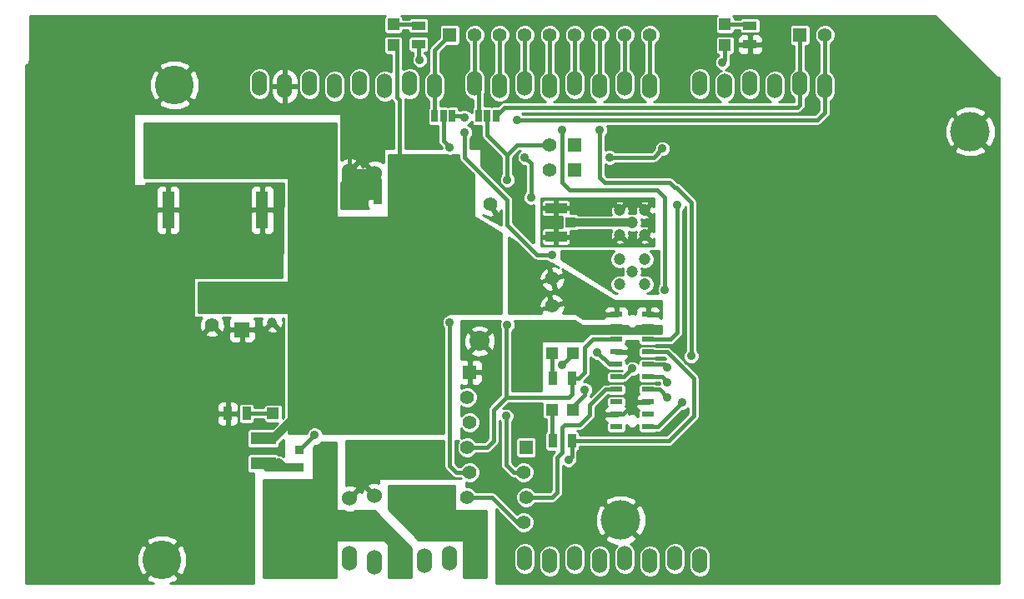
<source format=gtl>
G04 (created by PCBNEW-RS274X (2011-nov-12)-testing) date Thu 19 Jan 2012 10:10:30 PM EST*
G01*
G70*
G90*
%MOIN*%
G04 Gerber Fmt 3.4, Leading zero omitted, Abs format*
%FSLAX34Y34*%
G04 APERTURE LIST*
%ADD10C,0.006000*%
%ADD11R,0.039400X0.039400*%
%ADD12C,0.039400*%
%ADD13R,0.059100X0.059100*%
%ADD14C,0.059100*%
%ADD15C,0.080000*%
%ADD16R,0.055000X0.055000*%
%ADD17C,0.055000*%
%ADD18O,0.060000X0.100000*%
%ADD19C,0.155000*%
%ADD20R,0.025000X0.050000*%
%ADD21R,0.047200X0.149600*%
%ADD22R,0.035000X0.055000*%
%ADD23R,0.055000X0.035000*%
%ADD24R,0.047200X0.047200*%
%ADD25C,0.060000*%
%ADD26C,0.047200*%
%ADD27R,0.050000X0.020000*%
%ADD28C,0.157500*%
%ADD29R,0.100000X0.050000*%
%ADD30R,0.041300X0.039400*%
%ADD31R,0.086600X0.041300*%
%ADD32R,0.036000X0.036000*%
%ADD33C,0.035000*%
%ADD34C,0.016000*%
%ADD35C,0.032000*%
%ADD36C,0.008000*%
%ADD37C,0.010000*%
G04 APERTURE END LIST*
G54D10*
G54D11*
X09900Y11294D03*
G54D12*
X09900Y10506D03*
G54D13*
X08700Y10211D03*
G54D14*
X08700Y11589D03*
G54D15*
X18200Y09750D03*
G54D16*
X20050Y05500D03*
G54D17*
X19950Y04500D03*
X20050Y03500D03*
X19950Y02500D03*
G54D16*
X17800Y08500D03*
G54D17*
X17700Y07500D03*
X17800Y06500D03*
X17700Y05500D03*
X17800Y04500D03*
X17700Y03500D03*
G54D18*
X27000Y20050D03*
X28000Y19950D03*
X29000Y20050D03*
X30000Y19950D03*
X31000Y20050D03*
X32000Y19950D03*
X27000Y00950D03*
X26000Y01050D03*
X25000Y00950D03*
X24000Y01050D03*
X23000Y00950D03*
X20000Y01050D03*
X21000Y00950D03*
X22000Y01050D03*
X18000Y00950D03*
X17000Y01050D03*
X16000Y00950D03*
X14000Y00900D03*
X13000Y01050D03*
X25000Y19950D03*
X24000Y20050D03*
X23000Y19950D03*
X22000Y20050D03*
X21000Y19950D03*
X20000Y20050D03*
X19000Y19950D03*
X18000Y20050D03*
X16400Y19950D03*
X15400Y20050D03*
X14400Y19950D03*
X13400Y20050D03*
X12400Y19950D03*
X11400Y20050D03*
X10400Y19950D03*
X09400Y20050D03*
X15000Y01050D03*
G54D19*
X06000Y20000D03*
X05500Y01000D03*
G54D20*
X16400Y18750D03*
X16750Y18750D03*
X17100Y18750D03*
X18150Y18750D03*
X18500Y18750D03*
X18850Y18750D03*
G54D21*
X09500Y17500D03*
X09500Y15000D03*
X05750Y17500D03*
X05750Y15000D03*
G54D22*
X14875Y15500D03*
X14125Y15500D03*
G54D23*
X29000Y22375D03*
X29000Y21625D03*
G54D22*
X08875Y06850D03*
X08125Y06850D03*
X21125Y08250D03*
X21875Y08250D03*
X21125Y05750D03*
X21875Y05750D03*
G54D23*
X15750Y22375D03*
X15750Y21625D03*
G54D24*
X28000Y21587D03*
X28000Y22413D03*
X10763Y06850D03*
X09937Y06850D03*
X21913Y09250D03*
X21087Y09250D03*
X21913Y07000D03*
X21087Y07000D03*
X14750Y21587D03*
X14750Y22413D03*
G54D25*
X16000Y03550D03*
X15000Y03450D03*
X14000Y03550D03*
X13000Y03450D03*
X13000Y16550D03*
X14000Y16450D03*
X15000Y16550D03*
X16000Y16450D03*
G54D26*
X23793Y12024D03*
X24797Y12024D03*
X24797Y13024D03*
X23793Y13024D03*
X24297Y12524D03*
G54D27*
X24932Y10815D03*
X24932Y10315D03*
X24932Y09815D03*
X24932Y09315D03*
X24932Y08815D03*
X24932Y08315D03*
X24932Y07815D03*
X24932Y07315D03*
X24932Y06815D03*
X24932Y06315D03*
X23661Y06315D03*
X23661Y06815D03*
X23661Y07315D03*
X23661Y07815D03*
X23661Y08315D03*
X23661Y08815D03*
X23661Y09315D03*
X23661Y09815D03*
X23661Y10315D03*
X23661Y10815D03*
G54D28*
X23832Y02583D03*
X37808Y18134D03*
G54D26*
X24297Y14493D03*
X23793Y14993D03*
X24797Y14993D03*
X24797Y13993D03*
X23793Y13993D03*
G54D29*
X09550Y05850D03*
X09550Y04850D03*
G54D16*
X22000Y16600D03*
G54D17*
X21000Y16600D03*
G54D16*
X22000Y17600D03*
G54D17*
X21000Y17600D03*
G54D10*
G36*
X17776Y11031D02*
X17245Y11174D01*
X17388Y11705D01*
X17919Y11562D01*
X17776Y11031D01*
X17776Y11031D01*
G37*
G54D17*
X18618Y15232D03*
G54D16*
X17000Y22000D03*
G54D17*
X18000Y22000D03*
X19000Y22000D03*
X20000Y22000D03*
X21000Y22000D03*
X22000Y22000D03*
X23000Y22000D03*
X24000Y22000D03*
X25000Y22000D03*
G54D16*
X31000Y22000D03*
G54D17*
X32000Y22000D03*
G54D30*
X21841Y14500D03*
G54D31*
X21250Y15071D03*
X21250Y13929D03*
G54D32*
X11000Y04700D03*
X11000Y05400D03*
X11800Y05050D03*
G54D16*
X07500Y11400D03*
G54D17*
X07500Y10400D03*
X18501Y12650D03*
X21099Y11150D03*
X18501Y13750D03*
X21099Y12250D03*
G54D33*
X16600Y06300D03*
X21500Y08800D03*
X22400Y07800D03*
X24300Y11100D03*
X19250Y06750D03*
X25700Y08100D03*
X15800Y21000D03*
X24300Y08650D03*
X23000Y18200D03*
X26650Y09150D03*
X27900Y20900D03*
X21500Y18200D03*
X26300Y07300D03*
X25600Y11800D03*
X23400Y17100D03*
X25500Y17450D03*
X26100Y15200D03*
X20000Y17100D03*
X20250Y15500D03*
X21100Y13200D03*
X22900Y09300D03*
X17600Y18100D03*
X25700Y08700D03*
X25700Y07500D03*
X17000Y17500D03*
X17000Y10500D03*
X21750Y05000D03*
X19700Y18600D03*
X17600Y18700D03*
X19300Y16200D03*
X19300Y10400D03*
X14400Y18100D03*
X15500Y18200D03*
X15500Y18700D03*
X14400Y18700D03*
X20400Y09400D03*
X24300Y09300D03*
X25200Y12500D03*
X11600Y06000D03*
X22650Y12800D03*
X19900Y08600D03*
X20400Y08900D03*
X20400Y08500D03*
X19900Y08000D03*
X19900Y09100D03*
X20400Y09900D03*
X19900Y10200D03*
X18900Y16600D03*
X24300Y07900D03*
X19900Y09600D03*
X20400Y08000D03*
G54D34*
X21913Y07000D02*
X21913Y07113D01*
X21913Y09213D02*
X21913Y09250D01*
X21500Y08800D02*
X21913Y09213D01*
X22400Y07600D02*
X22400Y07800D01*
X21913Y07113D02*
X22400Y07600D01*
X15000Y16550D02*
X15000Y19400D01*
X14900Y21437D02*
X14750Y21587D01*
X14900Y19500D02*
X14900Y21437D01*
X15000Y19400D02*
X14900Y19500D01*
G54D35*
X09550Y05850D02*
X09950Y05850D01*
X10763Y06663D02*
X10763Y06850D01*
X09950Y05850D02*
X10763Y06663D01*
G54D34*
X25700Y08100D02*
X25485Y08315D01*
X25485Y08315D02*
X24932Y08315D01*
X19250Y06750D02*
X19250Y04800D01*
X19250Y04800D02*
X19550Y04500D01*
X19550Y04500D02*
X19950Y04500D01*
X15750Y21050D02*
X15750Y21625D01*
X15800Y21000D02*
X15750Y21050D01*
X23200Y16100D02*
X23000Y16300D01*
X23000Y22000D02*
X23000Y20000D01*
X26000Y15900D02*
X25800Y16100D01*
X23000Y22000D02*
X23000Y19950D01*
X23965Y08315D02*
X24300Y08650D01*
X26650Y14700D02*
X26650Y15300D01*
X23000Y16300D02*
X23000Y18200D01*
X23661Y08315D02*
X23965Y08315D01*
X26050Y15900D02*
X26000Y15900D01*
X25800Y16100D02*
X23200Y16100D01*
X26650Y15300D02*
X26050Y15900D01*
X26650Y09150D02*
X26650Y14700D01*
X25600Y11800D02*
X25600Y15500D01*
X22000Y22000D02*
X22000Y20050D01*
X25600Y15500D02*
X25300Y15800D01*
X22000Y22000D02*
X22000Y20000D01*
X25300Y15800D02*
X21800Y15800D01*
X28000Y21000D02*
X27900Y20900D01*
X28000Y21587D02*
X28000Y21000D01*
X21500Y16100D02*
X21500Y18200D01*
X25315Y06315D02*
X26300Y07300D01*
X24932Y06315D02*
X25315Y06315D01*
X21800Y15800D02*
X21500Y16100D01*
X26100Y10100D02*
X26100Y15200D01*
X25500Y17450D02*
X25150Y17100D01*
X25150Y17100D02*
X23400Y17100D01*
X21000Y22000D02*
X21000Y19950D01*
X21000Y22000D02*
X21000Y20000D01*
X24932Y09815D02*
X25815Y09815D01*
X25815Y09815D02*
X26100Y10100D01*
X20250Y16850D02*
X20000Y17100D01*
X20250Y15500D02*
X20250Y16850D01*
X20000Y22000D02*
X20000Y20000D01*
X20000Y22000D02*
X20000Y20050D01*
X23661Y08815D02*
X23385Y08815D01*
X20500Y13200D02*
X19300Y14400D01*
X21100Y13200D02*
X20500Y13200D01*
X19000Y19950D02*
X19000Y22000D01*
X17600Y17100D02*
X17600Y18100D01*
X19300Y15400D02*
X17600Y17100D01*
X23385Y08815D02*
X22900Y09300D01*
X19000Y22000D02*
X19000Y20000D01*
X19300Y14400D02*
X19300Y15400D01*
X18000Y20000D02*
X18000Y22000D01*
X18000Y20050D02*
X18000Y22000D01*
X18150Y19850D02*
X18000Y20000D01*
X18150Y18750D02*
X18150Y19850D01*
X16400Y21400D02*
X17000Y22000D01*
X16400Y18750D02*
X16400Y19950D01*
X16400Y18750D02*
X16400Y20000D01*
X16400Y20000D02*
X16400Y21400D01*
X24932Y08815D02*
X25585Y08815D01*
X25585Y08815D02*
X25700Y08700D01*
X21100Y03500D02*
X21050Y03500D01*
X21500Y06300D02*
X21500Y05300D01*
X23215Y07815D02*
X22600Y07200D01*
X22600Y07200D02*
X22600Y06800D01*
X23661Y07815D02*
X23215Y07815D01*
X21050Y03500D02*
X20000Y03500D01*
X21600Y06400D02*
X21500Y06300D01*
X21500Y05300D02*
X21300Y05100D01*
X21300Y03700D02*
X21100Y03500D01*
X22600Y06800D02*
X22200Y06400D01*
X21300Y05100D02*
X21300Y03700D01*
X21050Y03500D02*
X20050Y03500D01*
X22200Y06400D02*
X21600Y06400D01*
X25385Y07815D02*
X25700Y07500D01*
X19700Y02500D02*
X18700Y03500D01*
X24932Y07815D02*
X25385Y07815D01*
X18700Y03500D02*
X17700Y03500D01*
X19950Y02500D02*
X19700Y02500D01*
X21750Y05000D02*
X21875Y05125D01*
X17750Y04500D02*
X17250Y04500D01*
X17250Y04500D02*
X17800Y04500D01*
X16750Y17750D02*
X16750Y18750D01*
X17000Y04750D02*
X17000Y10500D01*
X25750Y05750D02*
X26750Y06750D01*
X25685Y09315D02*
X24932Y09315D01*
X21875Y05750D02*
X25750Y05750D01*
X17000Y17500D02*
X16750Y17750D01*
X26750Y06750D02*
X26750Y08250D01*
X26750Y08250D02*
X25685Y09315D01*
X21875Y05125D02*
X21875Y05750D01*
X17250Y04500D02*
X17000Y04750D01*
X25000Y22000D02*
X25000Y19950D01*
X25000Y22000D02*
X25000Y20000D01*
X32000Y22000D02*
X32000Y19950D01*
X17550Y18750D02*
X17100Y18750D01*
X32000Y18900D02*
X31700Y18600D01*
X32000Y20000D02*
X32000Y18900D01*
X32000Y22000D02*
X32000Y20000D01*
X17600Y18700D02*
X17550Y18750D01*
X31700Y18600D02*
X19700Y18600D01*
X22150Y08250D02*
X21875Y08250D01*
X18500Y05500D02*
X18400Y05500D01*
X22715Y09815D02*
X22400Y09500D01*
X19250Y10350D02*
X19300Y10400D01*
X23661Y09815D02*
X22715Y09815D01*
X22400Y08500D02*
X22150Y08250D01*
X18400Y05500D02*
X17750Y05500D01*
X19250Y07500D02*
X18750Y07000D01*
X21000Y17600D02*
X19700Y17600D01*
X19300Y17100D02*
X19300Y17200D01*
X18600Y17900D02*
X18500Y18000D01*
X18400Y05500D02*
X17700Y05500D01*
X21875Y08250D02*
X21875Y07625D01*
X19700Y17600D02*
X19300Y17200D01*
X18750Y05750D02*
X18500Y05500D01*
X18500Y18000D02*
X18500Y18750D01*
X22400Y09500D02*
X22400Y08500D01*
X19300Y17200D02*
X18600Y17900D01*
X18750Y07000D02*
X18750Y05750D01*
X21750Y07500D02*
X19250Y07500D01*
X19300Y16200D02*
X19300Y17100D01*
X19300Y17200D02*
X19300Y17100D01*
X19250Y07500D02*
X19250Y10350D01*
X21875Y07625D02*
X21750Y07500D01*
X24000Y22000D02*
X24000Y20050D01*
X24000Y22000D02*
X24000Y20000D01*
X31000Y22000D02*
X31000Y20050D01*
X30900Y19100D02*
X19200Y19100D01*
X19200Y19100D02*
X18850Y18750D01*
X31000Y20000D02*
X31000Y22000D01*
X31000Y19200D02*
X30900Y19100D01*
X31000Y20000D02*
X31000Y19200D01*
X13000Y16550D02*
X13000Y17300D01*
X15500Y18700D02*
X15500Y18200D01*
X13000Y17300D02*
X14400Y18700D01*
G54D35*
X13900Y16349D02*
X13900Y15725D01*
X13900Y15725D02*
X13850Y15775D01*
G54D34*
X21600Y10350D02*
X21600Y09900D01*
G54D35*
X13100Y16450D02*
X13000Y16550D01*
G54D34*
X11000Y05400D02*
X11600Y06000D01*
G54D35*
X13800Y16450D02*
X13600Y16250D01*
G54D34*
X24817Y10200D02*
X24932Y10315D01*
G54D35*
X13701Y16150D02*
X12850Y16150D01*
G54D34*
X20400Y09400D02*
X20400Y08900D01*
G54D35*
X14000Y16450D02*
X14000Y16299D01*
X14125Y16174D02*
X14125Y15500D01*
X14000Y16299D02*
X14125Y16174D01*
X14000Y16449D02*
X13701Y16150D01*
X14000Y16450D02*
X13100Y16450D01*
X13850Y15775D02*
X14125Y15500D01*
X13075Y16550D02*
X13850Y15775D01*
X13000Y16550D02*
X13075Y16550D01*
X14000Y16450D02*
X13800Y16450D01*
G54D34*
X24100Y10200D02*
X24817Y10200D01*
X21600Y09900D02*
X20400Y09900D01*
X24415Y07785D02*
X24300Y07900D01*
X19900Y09100D02*
X19900Y09600D01*
G54D35*
X12850Y16400D02*
X13000Y16550D01*
G54D34*
X23661Y10315D02*
X22115Y10315D01*
X19900Y08000D02*
X19900Y08600D01*
X24415Y07315D02*
X24415Y07785D01*
X24285Y09315D02*
X24300Y09300D01*
X22115Y10315D02*
X22080Y10350D01*
G54D35*
X14000Y16449D02*
X13900Y16349D01*
G54D34*
X23661Y10315D02*
X23985Y10315D01*
X23985Y10315D02*
X24100Y10200D01*
G54D35*
X14000Y16450D02*
X14000Y16449D01*
G54D34*
X20400Y08500D02*
X20400Y08000D01*
X24285Y09315D02*
X23661Y09315D01*
X22080Y10350D02*
X21600Y10350D01*
X23661Y06815D02*
X23915Y06815D01*
X24415Y07315D02*
X24932Y07315D01*
X23915Y06815D02*
X24415Y07315D01*
G54D35*
X12850Y16150D02*
X12850Y16400D01*
X11000Y04700D02*
X09700Y04700D01*
X09700Y04700D02*
X09550Y04850D01*
X11000Y04700D02*
X10350Y04700D01*
X10350Y04700D02*
X10150Y04900D01*
G54D34*
X28962Y22413D02*
X29000Y22375D01*
X28000Y22413D02*
X28962Y22413D01*
X14750Y22413D02*
X15712Y22413D01*
X15712Y22413D02*
X15750Y22375D01*
G54D36*
X15712Y22413D02*
X15750Y22375D01*
G54D34*
X21087Y07000D02*
X21087Y05788D01*
X21087Y05788D02*
X21125Y05750D01*
X21087Y09250D02*
X21087Y08288D01*
X21087Y08288D02*
X21125Y08250D01*
X08875Y06850D02*
X09937Y06850D01*
G54D35*
X15000Y01050D02*
X15000Y01650D01*
X15000Y01350D02*
X14300Y02050D01*
X15000Y01050D02*
X15000Y01350D01*
X15000Y01650D02*
X14650Y02000D01*
X21848Y14493D02*
X21841Y14500D01*
X24297Y14493D02*
X21848Y14493D01*
G54D10*
G36*
X19050Y10850D02*
X16950Y10850D01*
X16950Y10825D01*
X16936Y10825D01*
X16816Y10776D01*
X16725Y10685D01*
X16675Y10565D01*
X16675Y10436D01*
X16724Y10316D01*
X16770Y10270D01*
X16770Y06050D01*
X11925Y06050D01*
X11925Y06064D01*
X11876Y06184D01*
X11785Y06275D01*
X11665Y06325D01*
X11536Y06325D01*
X11416Y06276D01*
X11325Y06185D01*
X11275Y06065D01*
X11275Y06050D01*
X10550Y06050D01*
X10550Y10900D01*
X06950Y10900D01*
X06950Y12100D01*
X10550Y12100D01*
X10550Y16300D01*
X04800Y16300D01*
X04800Y18450D01*
X12450Y18450D01*
X12450Y14700D01*
X14550Y14700D01*
X14550Y17200D01*
X16875Y17200D01*
X16935Y17175D01*
X17064Y17175D01*
X17125Y17200D01*
X17370Y17200D01*
X17370Y17105D01*
X17369Y17100D01*
X17388Y17012D01*
X17437Y16937D01*
X17950Y16424D01*
X17950Y14721D01*
X19050Y14071D01*
X19050Y10850D01*
X19050Y10850D01*
G37*
G54D37*
X19050Y10850D02*
X16950Y10850D01*
X16950Y10825D01*
X16936Y10825D01*
X16816Y10776D01*
X16725Y10685D01*
X16675Y10565D01*
X16675Y10436D01*
X16724Y10316D01*
X16770Y10270D01*
X16770Y06050D01*
X11925Y06050D01*
X11925Y06064D01*
X11876Y06184D01*
X11785Y06275D01*
X11665Y06325D01*
X11536Y06325D01*
X11416Y06276D01*
X11325Y06185D01*
X11275Y06065D01*
X11275Y06050D01*
X10550Y06050D01*
X10550Y10900D01*
X06950Y10900D01*
X06950Y12100D01*
X10550Y12100D01*
X10550Y16300D01*
X04800Y16300D01*
X04800Y18450D01*
X12450Y18450D01*
X12450Y14700D01*
X14550Y14700D01*
X14550Y17200D01*
X16875Y17200D01*
X16935Y17175D01*
X17064Y17175D01*
X17125Y17200D01*
X17370Y17200D01*
X17370Y17105D01*
X17369Y17100D01*
X17388Y17012D01*
X17437Y16937D01*
X17950Y16424D01*
X17950Y14721D01*
X19050Y14071D01*
X19050Y10850D01*
G54D10*
G36*
X18450Y00300D02*
X17550Y00300D01*
X17550Y01800D01*
X17117Y01800D01*
X17108Y01804D01*
X16893Y01804D01*
X16883Y01800D01*
X15771Y01800D01*
X14550Y03021D01*
X14550Y03950D01*
X17200Y03950D01*
X17200Y03666D01*
X17175Y03605D01*
X17175Y03396D01*
X17200Y03336D01*
X17200Y02950D01*
X18450Y02950D01*
X18450Y00300D01*
X18450Y00300D01*
G37*
G54D37*
X18450Y00300D02*
X17550Y00300D01*
X17550Y01800D01*
X17117Y01800D01*
X17108Y01804D01*
X16893Y01804D01*
X16883Y01800D01*
X15771Y01800D01*
X14550Y03021D01*
X14550Y03950D01*
X17200Y03950D01*
X17200Y03666D01*
X17175Y03605D01*
X17175Y03396D01*
X17200Y03336D01*
X17200Y02950D01*
X18450Y02950D01*
X18450Y00300D01*
G54D10*
G36*
X15450Y00300D02*
X14550Y00300D01*
X14550Y01800D01*
X13117Y01800D01*
X13108Y01804D01*
X12893Y01804D01*
X12883Y01800D01*
X12450Y01800D01*
X12450Y00300D01*
X09550Y00300D01*
X09550Y04200D01*
X11550Y04200D01*
X11550Y05484D01*
X11641Y05575D01*
X11684Y05575D01*
X11840Y05639D01*
X11901Y05700D01*
X12450Y05700D01*
X12450Y02950D01*
X12773Y02950D01*
X12891Y02901D01*
X13109Y02901D01*
X13226Y02950D01*
X13979Y02950D01*
X15450Y01479D01*
X15450Y00300D01*
X15450Y00300D01*
G37*
G54D37*
X15450Y00300D02*
X14550Y00300D01*
X14550Y01800D01*
X13117Y01800D01*
X13108Y01804D01*
X12893Y01804D01*
X12883Y01800D01*
X12450Y01800D01*
X12450Y00300D01*
X09550Y00300D01*
X09550Y04200D01*
X11550Y04200D01*
X11550Y05484D01*
X11641Y05575D01*
X11684Y05575D01*
X11840Y05639D01*
X11901Y05700D01*
X12450Y05700D01*
X12450Y02950D01*
X12773Y02950D01*
X12891Y02901D01*
X13109Y02901D01*
X13226Y02950D01*
X13979Y02950D01*
X15450Y01479D01*
X15450Y00300D01*
G54D10*
G36*
X25150Y13550D02*
X25006Y13550D01*
X25006Y13714D01*
X24797Y13922D01*
X24588Y13714D01*
X24613Y13655D01*
X24757Y13610D01*
X24906Y13624D01*
X24981Y13655D01*
X25006Y13714D01*
X25006Y13550D01*
X24002Y13550D01*
X24002Y13714D01*
X23793Y13922D01*
X23584Y13714D01*
X23609Y13655D01*
X23753Y13610D01*
X23902Y13624D01*
X23977Y13655D01*
X24002Y13714D01*
X24002Y13550D01*
X21833Y13550D01*
X21833Y13842D01*
X21796Y13879D01*
X21300Y13879D01*
X21300Y13610D01*
X21337Y13573D01*
X21653Y13574D01*
X21712Y13574D01*
X21767Y13596D01*
X21809Y13638D01*
X21832Y13693D01*
X21833Y13842D01*
X21833Y13550D01*
X21200Y13550D01*
X21200Y13610D01*
X21200Y13879D01*
X21200Y13979D01*
X21200Y14248D01*
X21200Y14752D01*
X21200Y15021D01*
X21200Y15121D01*
X21200Y15390D01*
X21163Y15427D01*
X20847Y15426D01*
X20788Y15426D01*
X20733Y15404D01*
X20691Y15362D01*
X20668Y15307D01*
X20667Y15158D01*
X20704Y15121D01*
X21200Y15121D01*
X21200Y15021D01*
X20704Y15021D01*
X20667Y14984D01*
X20668Y14835D01*
X20691Y14780D01*
X20733Y14738D01*
X20788Y14716D01*
X20847Y14716D01*
X21163Y14715D01*
X21200Y14752D01*
X21200Y14248D01*
X21163Y14285D01*
X20847Y14284D01*
X20788Y14284D01*
X20733Y14262D01*
X20691Y14220D01*
X20668Y14165D01*
X20667Y14016D01*
X20704Y13979D01*
X21200Y13979D01*
X21200Y13879D01*
X20704Y13879D01*
X20667Y13842D01*
X20668Y13693D01*
X20691Y13638D01*
X20733Y13596D01*
X20788Y13574D01*
X20847Y13574D01*
X21163Y13573D01*
X21200Y13610D01*
X21200Y13550D01*
X20650Y13550D01*
X20650Y15450D01*
X25150Y15450D01*
X25150Y15141D01*
X25135Y15177D01*
X25076Y15202D01*
X25006Y15132D01*
X25006Y15272D01*
X24981Y15331D01*
X24837Y15376D01*
X24688Y15362D01*
X24613Y15331D01*
X24588Y15272D01*
X24797Y15064D01*
X25006Y15272D01*
X25006Y15132D01*
X24868Y14993D01*
X25076Y14784D01*
X25135Y14809D01*
X25150Y14857D01*
X25150Y14141D01*
X25135Y14177D01*
X25076Y14202D01*
X25006Y14132D01*
X25006Y14272D01*
X24981Y14331D01*
X24837Y14376D01*
X24688Y14362D01*
X24655Y14349D01*
X24683Y14415D01*
X24683Y14569D01*
X24652Y14643D01*
X24757Y14610D01*
X24906Y14624D01*
X24981Y14655D01*
X25006Y14714D01*
X24832Y14887D01*
X24797Y14922D01*
X24726Y14993D01*
X24691Y15028D01*
X24518Y15202D01*
X24459Y15177D01*
X24414Y15033D01*
X24428Y14884D01*
X24441Y14852D01*
X24375Y14879D01*
X24221Y14879D01*
X24142Y14848D01*
X24176Y14953D01*
X24162Y15102D01*
X24131Y15177D01*
X24072Y15202D01*
X24002Y15132D01*
X24002Y15272D01*
X23977Y15331D01*
X23833Y15376D01*
X23684Y15362D01*
X23609Y15331D01*
X23584Y15272D01*
X23793Y15064D01*
X24002Y15272D01*
X24002Y15132D01*
X23864Y14993D01*
X23793Y14922D01*
X23722Y14993D01*
X23687Y15028D01*
X23514Y15202D01*
X23455Y15177D01*
X23410Y15033D01*
X23424Y14884D01*
X23455Y14809D01*
X23463Y14806D01*
X23461Y14803D01*
X22152Y14803D01*
X22131Y14824D01*
X22076Y14846D01*
X22017Y14846D01*
X21832Y14846D01*
X21833Y14984D01*
X21833Y15158D01*
X21832Y15307D01*
X21809Y15362D01*
X21767Y15404D01*
X21712Y15426D01*
X21653Y15426D01*
X21337Y15427D01*
X21300Y15390D01*
X21300Y15121D01*
X21796Y15121D01*
X21833Y15158D01*
X21833Y14984D01*
X21796Y15021D01*
X21300Y15021D01*
X21300Y14752D01*
X21337Y14715D01*
X21486Y14716D01*
X21486Y14667D01*
X21486Y14285D01*
X21337Y14285D01*
X21300Y14248D01*
X21300Y13979D01*
X21796Y13979D01*
X21833Y14016D01*
X21832Y14154D01*
X22077Y14154D01*
X22132Y14177D01*
X22138Y14183D01*
X23461Y14183D01*
X23463Y14181D01*
X23455Y14177D01*
X23410Y14033D01*
X23424Y13884D01*
X23455Y13809D01*
X23514Y13784D01*
X23687Y13958D01*
X23722Y13993D01*
X23793Y14064D01*
X23864Y13993D01*
X23899Y13958D01*
X24072Y13784D01*
X24131Y13809D01*
X24176Y13953D01*
X24162Y14102D01*
X24147Y14137D01*
X24219Y14107D01*
X24373Y14107D01*
X24446Y14138D01*
X24414Y14033D01*
X24428Y13884D01*
X24459Y13809D01*
X24518Y13784D01*
X24691Y13958D01*
X24726Y13993D01*
X24797Y14064D01*
X24832Y14099D01*
X25006Y14272D01*
X25006Y14132D01*
X24868Y13993D01*
X25076Y13784D01*
X25135Y13809D01*
X25150Y13857D01*
X25150Y13550D01*
X25150Y13550D01*
G37*
G54D37*
X25150Y13550D02*
X25006Y13550D01*
X25006Y13714D01*
X24797Y13922D01*
X24588Y13714D01*
X24613Y13655D01*
X24757Y13610D01*
X24906Y13624D01*
X24981Y13655D01*
X25006Y13714D01*
X25006Y13550D01*
X24002Y13550D01*
X24002Y13714D01*
X23793Y13922D01*
X23584Y13714D01*
X23609Y13655D01*
X23753Y13610D01*
X23902Y13624D01*
X23977Y13655D01*
X24002Y13714D01*
X24002Y13550D01*
X21833Y13550D01*
X21833Y13842D01*
X21796Y13879D01*
X21300Y13879D01*
X21300Y13610D01*
X21337Y13573D01*
X21653Y13574D01*
X21712Y13574D01*
X21767Y13596D01*
X21809Y13638D01*
X21832Y13693D01*
X21833Y13842D01*
X21833Y13550D01*
X21200Y13550D01*
X21200Y13610D01*
X21200Y13879D01*
X21200Y13979D01*
X21200Y14248D01*
X21200Y14752D01*
X21200Y15021D01*
X21200Y15121D01*
X21200Y15390D01*
X21163Y15427D01*
X20847Y15426D01*
X20788Y15426D01*
X20733Y15404D01*
X20691Y15362D01*
X20668Y15307D01*
X20667Y15158D01*
X20704Y15121D01*
X21200Y15121D01*
X21200Y15021D01*
X20704Y15021D01*
X20667Y14984D01*
X20668Y14835D01*
X20691Y14780D01*
X20733Y14738D01*
X20788Y14716D01*
X20847Y14716D01*
X21163Y14715D01*
X21200Y14752D01*
X21200Y14248D01*
X21163Y14285D01*
X20847Y14284D01*
X20788Y14284D01*
X20733Y14262D01*
X20691Y14220D01*
X20668Y14165D01*
X20667Y14016D01*
X20704Y13979D01*
X21200Y13979D01*
X21200Y13879D01*
X20704Y13879D01*
X20667Y13842D01*
X20668Y13693D01*
X20691Y13638D01*
X20733Y13596D01*
X20788Y13574D01*
X20847Y13574D01*
X21163Y13573D01*
X21200Y13610D01*
X21200Y13550D01*
X20650Y13550D01*
X20650Y15450D01*
X25150Y15450D01*
X25150Y15141D01*
X25135Y15177D01*
X25076Y15202D01*
X25006Y15132D01*
X25006Y15272D01*
X24981Y15331D01*
X24837Y15376D01*
X24688Y15362D01*
X24613Y15331D01*
X24588Y15272D01*
X24797Y15064D01*
X25006Y15272D01*
X25006Y15132D01*
X24868Y14993D01*
X25076Y14784D01*
X25135Y14809D01*
X25150Y14857D01*
X25150Y14141D01*
X25135Y14177D01*
X25076Y14202D01*
X25006Y14132D01*
X25006Y14272D01*
X24981Y14331D01*
X24837Y14376D01*
X24688Y14362D01*
X24655Y14349D01*
X24683Y14415D01*
X24683Y14569D01*
X24652Y14643D01*
X24757Y14610D01*
X24906Y14624D01*
X24981Y14655D01*
X25006Y14714D01*
X24832Y14887D01*
X24797Y14922D01*
X24726Y14993D01*
X24691Y15028D01*
X24518Y15202D01*
X24459Y15177D01*
X24414Y15033D01*
X24428Y14884D01*
X24441Y14852D01*
X24375Y14879D01*
X24221Y14879D01*
X24142Y14848D01*
X24176Y14953D01*
X24162Y15102D01*
X24131Y15177D01*
X24072Y15202D01*
X24002Y15132D01*
X24002Y15272D01*
X23977Y15331D01*
X23833Y15376D01*
X23684Y15362D01*
X23609Y15331D01*
X23584Y15272D01*
X23793Y15064D01*
X24002Y15272D01*
X24002Y15132D01*
X23864Y14993D01*
X23793Y14922D01*
X23722Y14993D01*
X23687Y15028D01*
X23514Y15202D01*
X23455Y15177D01*
X23410Y15033D01*
X23424Y14884D01*
X23455Y14809D01*
X23463Y14806D01*
X23461Y14803D01*
X22152Y14803D01*
X22131Y14824D01*
X22076Y14846D01*
X22017Y14846D01*
X21832Y14846D01*
X21833Y14984D01*
X21833Y15158D01*
X21832Y15307D01*
X21809Y15362D01*
X21767Y15404D01*
X21712Y15426D01*
X21653Y15426D01*
X21337Y15427D01*
X21300Y15390D01*
X21300Y15121D01*
X21796Y15121D01*
X21833Y15158D01*
X21833Y14984D01*
X21796Y15021D01*
X21300Y15021D01*
X21300Y14752D01*
X21337Y14715D01*
X21486Y14716D01*
X21486Y14667D01*
X21486Y14285D01*
X21337Y14285D01*
X21300Y14248D01*
X21300Y13979D01*
X21796Y13979D01*
X21833Y14016D01*
X21832Y14154D01*
X22077Y14154D01*
X22132Y14177D01*
X22138Y14183D01*
X23461Y14183D01*
X23463Y14181D01*
X23455Y14177D01*
X23410Y14033D01*
X23424Y13884D01*
X23455Y13809D01*
X23514Y13784D01*
X23687Y13958D01*
X23722Y13993D01*
X23793Y14064D01*
X23864Y13993D01*
X23899Y13958D01*
X24072Y13784D01*
X24131Y13809D01*
X24176Y13953D01*
X24162Y14102D01*
X24147Y14137D01*
X24219Y14107D01*
X24373Y14107D01*
X24446Y14138D01*
X24414Y14033D01*
X24428Y13884D01*
X24459Y13809D01*
X24518Y13784D01*
X24691Y13958D01*
X24726Y13993D01*
X24797Y14064D01*
X24832Y14099D01*
X25006Y14272D01*
X25006Y14132D01*
X24868Y13993D01*
X25076Y13784D01*
X25135Y13809D01*
X25150Y13857D01*
X25150Y13550D01*
G54D10*
G36*
X25450Y10050D02*
X25246Y10050D01*
X25211Y10064D01*
X25152Y10064D01*
X24652Y10064D01*
X24618Y10050D01*
X23975Y10050D01*
X23940Y10064D01*
X23881Y10064D01*
X23381Y10064D01*
X23347Y10050D01*
X22579Y10050D01*
X22279Y09750D01*
X20650Y09750D01*
X20650Y07750D01*
X19480Y07750D01*
X19480Y10123D01*
X19484Y10124D01*
X19575Y10215D01*
X19625Y10335D01*
X19625Y10464D01*
X19589Y10550D01*
X21986Y10550D01*
X22508Y10237D01*
X22621Y10350D01*
X24104Y10350D01*
X24134Y10320D01*
X24240Y10276D01*
X24354Y10276D01*
X24459Y10320D01*
X24489Y10350D01*
X25450Y10350D01*
X25450Y10050D01*
X25450Y10050D01*
G37*
G54D37*
X25450Y10050D02*
X25246Y10050D01*
X25211Y10064D01*
X25152Y10064D01*
X24652Y10064D01*
X24618Y10050D01*
X23975Y10050D01*
X23940Y10064D01*
X23881Y10064D01*
X23381Y10064D01*
X23347Y10050D01*
X22579Y10050D01*
X22279Y09750D01*
X20650Y09750D01*
X20650Y07750D01*
X19480Y07750D01*
X19480Y10123D01*
X19484Y10124D01*
X19575Y10215D01*
X19625Y10335D01*
X19625Y10464D01*
X19589Y10550D01*
X21986Y10550D01*
X22508Y10237D01*
X22621Y10350D01*
X24104Y10350D01*
X24134Y10320D01*
X24240Y10276D01*
X24354Y10276D01*
X24459Y10320D01*
X24489Y10350D01*
X25450Y10350D01*
X25450Y10050D01*
G54D10*
G36*
X17449Y04250D02*
X14150Y04250D01*
X14150Y04069D01*
X14079Y04093D01*
X13866Y04082D01*
X13719Y04022D01*
X13692Y03928D01*
X13965Y03656D01*
X14000Y03621D01*
X14071Y03550D01*
X14000Y03479D01*
X13929Y03550D01*
X13894Y03585D01*
X13622Y03858D01*
X13528Y03831D01*
X13483Y03704D01*
X13472Y03731D01*
X13378Y03758D01*
X13071Y03450D01*
X13000Y03379D01*
X12929Y03450D01*
X13000Y03521D01*
X13035Y03556D01*
X13308Y03828D01*
X13281Y03922D01*
X13079Y03993D01*
X12866Y03982D01*
X12850Y03976D01*
X12850Y05750D01*
X16770Y05750D01*
X16770Y04755D01*
X16769Y04750D01*
X16788Y04662D01*
X16837Y04587D01*
X17085Y04340D01*
X17087Y04337D01*
X17162Y04288D01*
X17250Y04270D01*
X17434Y04270D01*
X17439Y04260D01*
X17449Y04250D01*
X17449Y04250D01*
G37*
G54D37*
X17449Y04250D02*
X14150Y04250D01*
X14150Y04069D01*
X14079Y04093D01*
X13866Y04082D01*
X13719Y04022D01*
X13692Y03928D01*
X13965Y03656D01*
X14000Y03621D01*
X14071Y03550D01*
X14000Y03479D01*
X13929Y03550D01*
X13894Y03585D01*
X13622Y03858D01*
X13528Y03831D01*
X13483Y03704D01*
X13472Y03731D01*
X13378Y03758D01*
X13071Y03450D01*
X13000Y03379D01*
X12929Y03450D01*
X13000Y03521D01*
X13035Y03556D01*
X13308Y03828D01*
X13281Y03922D01*
X13079Y03993D01*
X12866Y03982D01*
X12850Y03976D01*
X12850Y05750D01*
X16770Y05750D01*
X16770Y04755D01*
X16769Y04750D01*
X16788Y04662D01*
X16837Y04587D01*
X17085Y04340D01*
X17087Y04337D01*
X17162Y04288D01*
X17250Y04270D01*
X17434Y04270D01*
X17439Y04260D01*
X17449Y04250D01*
G54D10*
G36*
X19020Y07596D02*
X18841Y07417D01*
X18841Y09647D01*
X18831Y09901D01*
X18754Y10090D01*
X18649Y10128D01*
X18578Y10057D01*
X18578Y10199D01*
X18540Y10304D01*
X18303Y10391D01*
X18049Y10381D01*
X17860Y10304D01*
X17822Y10199D01*
X18200Y09821D01*
X18578Y10199D01*
X18578Y10057D01*
X18271Y09750D01*
X18649Y09372D01*
X18754Y09410D01*
X18841Y09647D01*
X18841Y07417D01*
X18587Y07163D01*
X18578Y07150D01*
X18578Y09301D01*
X18200Y09679D01*
X18129Y09608D01*
X18129Y09750D01*
X17751Y10128D01*
X17646Y10090D01*
X17559Y09853D01*
X17569Y09599D01*
X17646Y09410D01*
X17751Y09372D01*
X18129Y09750D01*
X18129Y09608D01*
X17822Y09301D01*
X17860Y09196D01*
X18097Y09109D01*
X18351Y09119D01*
X18540Y09196D01*
X18578Y09301D01*
X18578Y07150D01*
X18538Y07088D01*
X18519Y07000D01*
X18520Y06996D01*
X18520Y05846D01*
X18404Y05730D01*
X18403Y05730D01*
X18400Y05730D01*
X18325Y05730D01*
X18325Y08388D01*
X18325Y08612D01*
X18324Y08824D01*
X18286Y08916D01*
X18216Y08986D01*
X18125Y09024D01*
X18026Y09024D01*
X17912Y09025D01*
X17850Y08963D01*
X17850Y08550D01*
X18263Y08550D01*
X18325Y08612D01*
X18325Y08388D01*
X18263Y08450D01*
X17850Y08450D01*
X17850Y08037D01*
X17912Y07975D01*
X18026Y07976D01*
X18125Y07976D01*
X18216Y08014D01*
X18286Y08084D01*
X18324Y08176D01*
X18325Y08388D01*
X18325Y05730D01*
X18065Y05730D01*
X18061Y05740D01*
X17941Y05860D01*
X17785Y05925D01*
X17616Y05925D01*
X17460Y05861D01*
X17450Y05851D01*
X17450Y06249D01*
X17559Y06140D01*
X17715Y06075D01*
X17884Y06075D01*
X18040Y06139D01*
X18160Y06259D01*
X18225Y06415D01*
X18225Y06584D01*
X18161Y06740D01*
X18041Y06860D01*
X17885Y06925D01*
X17716Y06925D01*
X17560Y06861D01*
X17450Y06751D01*
X17450Y07149D01*
X17459Y07140D01*
X17615Y07075D01*
X17784Y07075D01*
X17940Y07139D01*
X18060Y07259D01*
X18125Y07415D01*
X18125Y07584D01*
X18061Y07740D01*
X17941Y07860D01*
X17785Y07925D01*
X17616Y07925D01*
X17460Y07861D01*
X17450Y07851D01*
X17450Y07987D01*
X17475Y07976D01*
X17574Y07976D01*
X17688Y07975D01*
X17750Y08037D01*
X17750Y08400D01*
X17750Y08450D01*
X17750Y08550D01*
X17750Y08600D01*
X17750Y08963D01*
X17688Y09025D01*
X17574Y09024D01*
X17475Y09024D01*
X17450Y09014D01*
X17450Y10550D01*
X19010Y10550D01*
X18975Y10465D01*
X18975Y10336D01*
X19020Y10226D01*
X19020Y07596D01*
X19020Y07596D01*
G37*
G54D37*
X19020Y07596D02*
X18841Y07417D01*
X18841Y09647D01*
X18831Y09901D01*
X18754Y10090D01*
X18649Y10128D01*
X18578Y10057D01*
X18578Y10199D01*
X18540Y10304D01*
X18303Y10391D01*
X18049Y10381D01*
X17860Y10304D01*
X17822Y10199D01*
X18200Y09821D01*
X18578Y10199D01*
X18578Y10057D01*
X18271Y09750D01*
X18649Y09372D01*
X18754Y09410D01*
X18841Y09647D01*
X18841Y07417D01*
X18587Y07163D01*
X18578Y07150D01*
X18578Y09301D01*
X18200Y09679D01*
X18129Y09608D01*
X18129Y09750D01*
X17751Y10128D01*
X17646Y10090D01*
X17559Y09853D01*
X17569Y09599D01*
X17646Y09410D01*
X17751Y09372D01*
X18129Y09750D01*
X18129Y09608D01*
X17822Y09301D01*
X17860Y09196D01*
X18097Y09109D01*
X18351Y09119D01*
X18540Y09196D01*
X18578Y09301D01*
X18578Y07150D01*
X18538Y07088D01*
X18519Y07000D01*
X18520Y06996D01*
X18520Y05846D01*
X18404Y05730D01*
X18403Y05730D01*
X18400Y05730D01*
X18325Y05730D01*
X18325Y08388D01*
X18325Y08612D01*
X18324Y08824D01*
X18286Y08916D01*
X18216Y08986D01*
X18125Y09024D01*
X18026Y09024D01*
X17912Y09025D01*
X17850Y08963D01*
X17850Y08550D01*
X18263Y08550D01*
X18325Y08612D01*
X18325Y08388D01*
X18263Y08450D01*
X17850Y08450D01*
X17850Y08037D01*
X17912Y07975D01*
X18026Y07976D01*
X18125Y07976D01*
X18216Y08014D01*
X18286Y08084D01*
X18324Y08176D01*
X18325Y08388D01*
X18325Y05730D01*
X18065Y05730D01*
X18061Y05740D01*
X17941Y05860D01*
X17785Y05925D01*
X17616Y05925D01*
X17460Y05861D01*
X17450Y05851D01*
X17450Y06249D01*
X17559Y06140D01*
X17715Y06075D01*
X17884Y06075D01*
X18040Y06139D01*
X18160Y06259D01*
X18225Y06415D01*
X18225Y06584D01*
X18161Y06740D01*
X18041Y06860D01*
X17885Y06925D01*
X17716Y06925D01*
X17560Y06861D01*
X17450Y06751D01*
X17450Y07149D01*
X17459Y07140D01*
X17615Y07075D01*
X17784Y07075D01*
X17940Y07139D01*
X18060Y07259D01*
X18125Y07415D01*
X18125Y07584D01*
X18061Y07740D01*
X17941Y07860D01*
X17785Y07925D01*
X17616Y07925D01*
X17460Y07861D01*
X17450Y07851D01*
X17450Y07987D01*
X17475Y07976D01*
X17574Y07976D01*
X17688Y07975D01*
X17750Y08037D01*
X17750Y08400D01*
X17750Y08450D01*
X17750Y08550D01*
X17750Y08600D01*
X17750Y08963D01*
X17688Y09025D01*
X17574Y09024D01*
X17475Y09024D01*
X17450Y09014D01*
X17450Y10550D01*
X19010Y10550D01*
X18975Y10465D01*
X18975Y10336D01*
X19020Y10226D01*
X19020Y07596D01*
G54D10*
G36*
X19073Y14381D02*
X18319Y14793D01*
X18332Y14806D01*
X18413Y14750D01*
X18612Y14708D01*
X18759Y14727D01*
X18805Y14809D01*
X18633Y15107D01*
X18653Y15126D01*
X18547Y15232D01*
X18618Y15303D01*
X18699Y15222D01*
X18686Y15214D01*
X18891Y14859D01*
X18985Y14858D01*
X19070Y14983D01*
X19070Y14405D01*
X19069Y14400D01*
X19073Y14381D01*
X19073Y14381D01*
G37*
G54D37*
X19073Y14381D02*
X18319Y14793D01*
X18332Y14806D01*
X18413Y14750D01*
X18612Y14708D01*
X18759Y14727D01*
X18805Y14809D01*
X18633Y15107D01*
X18653Y15126D01*
X18547Y15232D01*
X18618Y15303D01*
X18699Y15222D01*
X18686Y15214D01*
X18891Y14859D01*
X18985Y14858D01*
X19070Y14983D01*
X19070Y14405D01*
X19069Y14400D01*
X19073Y14381D01*
G54D10*
G36*
X20350Y13684D02*
X20332Y13694D01*
X19530Y14496D01*
X19530Y15400D01*
X19512Y15488D01*
X19463Y15563D01*
X18250Y16776D01*
X18250Y17450D01*
X17830Y17450D01*
X17830Y17870D01*
X17875Y17915D01*
X17925Y18035D01*
X17925Y18164D01*
X17876Y18284D01*
X17785Y18375D01*
X17725Y18400D01*
X17784Y18424D01*
X17875Y18515D01*
X17876Y18518D01*
X17876Y18470D01*
X17899Y18415D01*
X17941Y18373D01*
X17996Y18351D01*
X18055Y18351D01*
X18270Y18351D01*
X18270Y18005D01*
X18269Y18000D01*
X18288Y17912D01*
X18337Y17837D01*
X18435Y17740D01*
X18437Y17737D01*
X19070Y17105D01*
X19070Y17100D01*
X19070Y16430D01*
X19025Y16385D01*
X18975Y16265D01*
X18975Y16136D01*
X19024Y16016D01*
X19115Y15925D01*
X19235Y15875D01*
X19364Y15875D01*
X19484Y15924D01*
X19575Y16015D01*
X19625Y16135D01*
X19625Y16264D01*
X19576Y16384D01*
X19530Y16430D01*
X19530Y17100D01*
X19530Y17105D01*
X19795Y17370D01*
X19810Y17370D01*
X19725Y17285D01*
X19675Y17165D01*
X19675Y17036D01*
X19724Y16916D01*
X19815Y16825D01*
X19935Y16775D01*
X19999Y16775D01*
X20020Y16755D01*
X20020Y15730D01*
X19975Y15685D01*
X19925Y15565D01*
X19925Y15436D01*
X19974Y15316D01*
X20065Y15225D01*
X20185Y15175D01*
X20314Y15175D01*
X20350Y15190D01*
X20350Y13684D01*
X20350Y13684D01*
G37*
G54D37*
X20350Y13684D02*
X20332Y13694D01*
X19530Y14496D01*
X19530Y15400D01*
X19512Y15488D01*
X19463Y15563D01*
X18250Y16776D01*
X18250Y17450D01*
X17830Y17450D01*
X17830Y17870D01*
X17875Y17915D01*
X17925Y18035D01*
X17925Y18164D01*
X17876Y18284D01*
X17785Y18375D01*
X17725Y18400D01*
X17784Y18424D01*
X17875Y18515D01*
X17876Y18518D01*
X17876Y18470D01*
X17899Y18415D01*
X17941Y18373D01*
X17996Y18351D01*
X18055Y18351D01*
X18270Y18351D01*
X18270Y18005D01*
X18269Y18000D01*
X18288Y17912D01*
X18337Y17837D01*
X18435Y17740D01*
X18437Y17737D01*
X19070Y17105D01*
X19070Y17100D01*
X19070Y16430D01*
X19025Y16385D01*
X18975Y16265D01*
X18975Y16136D01*
X19024Y16016D01*
X19115Y15925D01*
X19235Y15875D01*
X19364Y15875D01*
X19484Y15924D01*
X19575Y16015D01*
X19625Y16135D01*
X19625Y16264D01*
X19576Y16384D01*
X19530Y16430D01*
X19530Y17100D01*
X19530Y17105D01*
X19795Y17370D01*
X19810Y17370D01*
X19725Y17285D01*
X19675Y17165D01*
X19675Y17036D01*
X19724Y16916D01*
X19815Y16825D01*
X19935Y16775D01*
X19999Y16775D01*
X20020Y16755D01*
X20020Y15730D01*
X19975Y15685D01*
X19925Y15565D01*
X19925Y15436D01*
X19974Y15316D01*
X20065Y15225D01*
X20185Y15175D01*
X20314Y15175D01*
X20350Y15190D01*
X20350Y13684D01*
G54D10*
G36*
X23937Y12382D02*
X23871Y12410D01*
X23717Y12410D01*
X23575Y12352D01*
X23466Y12243D01*
X23407Y12102D01*
X23407Y11948D01*
X23465Y11806D01*
X23574Y11697D01*
X23686Y11650D01*
X23615Y11650D01*
X21450Y13027D01*
X21450Y13350D01*
X23573Y13350D01*
X23466Y13243D01*
X23407Y13102D01*
X23407Y12948D01*
X23465Y12806D01*
X23574Y12697D01*
X23715Y12638D01*
X23869Y12638D01*
X23937Y12667D01*
X23911Y12602D01*
X23911Y12448D01*
X23937Y12382D01*
X23937Y12382D01*
G37*
G54D37*
X23937Y12382D02*
X23871Y12410D01*
X23717Y12410D01*
X23575Y12352D01*
X23466Y12243D01*
X23407Y12102D01*
X23407Y11948D01*
X23465Y11806D01*
X23574Y11697D01*
X23686Y11650D01*
X23615Y11650D01*
X21450Y13027D01*
X21450Y13350D01*
X23573Y13350D01*
X23466Y13243D01*
X23407Y13102D01*
X23407Y12948D01*
X23465Y12806D01*
X23574Y12697D01*
X23715Y12638D01*
X23869Y12638D01*
X23937Y12667D01*
X23911Y12602D01*
X23911Y12448D01*
X23937Y12382D01*
G54D10*
G36*
X25370Y12030D02*
X25325Y11985D01*
X25275Y11865D01*
X25275Y11736D01*
X25310Y11650D01*
X24902Y11650D01*
X25015Y11696D01*
X25124Y11805D01*
X25183Y11946D01*
X25183Y12100D01*
X25125Y12242D01*
X25016Y12351D01*
X24875Y12410D01*
X24721Y12410D01*
X24656Y12384D01*
X24683Y12446D01*
X24683Y12600D01*
X24656Y12665D01*
X24719Y12638D01*
X24873Y12638D01*
X25015Y12696D01*
X25124Y12805D01*
X25183Y12946D01*
X25183Y13100D01*
X25125Y13242D01*
X25017Y13350D01*
X25370Y13350D01*
X25370Y12030D01*
X25370Y12030D01*
G37*
G54D37*
X25370Y12030D02*
X25325Y11985D01*
X25275Y11865D01*
X25275Y11736D01*
X25310Y11650D01*
X24902Y11650D01*
X25015Y11696D01*
X25124Y11805D01*
X25183Y11946D01*
X25183Y12100D01*
X25125Y12242D01*
X25016Y12351D01*
X24875Y12410D01*
X24721Y12410D01*
X24656Y12384D01*
X24683Y12446D01*
X24683Y12600D01*
X24656Y12665D01*
X24719Y12638D01*
X24873Y12638D01*
X25015Y12696D01*
X25124Y12805D01*
X25183Y12946D01*
X25183Y13100D01*
X25125Y13242D01*
X25017Y13350D01*
X25370Y13350D01*
X25370Y12030D01*
G54D10*
G36*
X26520Y06846D02*
X25654Y05980D01*
X22199Y05980D01*
X22199Y06055D01*
X22176Y06110D01*
X22134Y06152D01*
X22089Y06170D01*
X22195Y06170D01*
X22200Y06169D01*
X22200Y06170D01*
X22288Y06188D01*
X22363Y06237D01*
X22760Y06636D01*
X22762Y06637D01*
X22763Y06637D01*
X22812Y06712D01*
X22830Y06800D01*
X22830Y07105D01*
X23310Y07585D01*
X23334Y07585D01*
X23382Y07566D01*
X23441Y07566D01*
X23941Y07566D01*
X23996Y07589D01*
X24038Y07631D01*
X24060Y07686D01*
X24060Y07745D01*
X24060Y07945D01*
X24037Y08000D01*
X23995Y08042D01*
X23940Y08064D01*
X23881Y08064D01*
X23381Y08064D01*
X23335Y08045D01*
X23215Y08045D01*
X23214Y08045D01*
X23127Y08027D01*
X23052Y07978D01*
X23050Y07976D01*
X22618Y07545D01*
X22622Y07563D01*
X22675Y07615D01*
X22725Y07735D01*
X22725Y07864D01*
X22676Y07984D01*
X22585Y08075D01*
X22465Y08125D01*
X22350Y08125D01*
X22560Y08336D01*
X22562Y08337D01*
X22563Y08337D01*
X22612Y08412D01*
X22630Y08500D01*
X22630Y09110D01*
X22715Y09025D01*
X22835Y08975D01*
X22899Y08975D01*
X23220Y08655D01*
X23222Y08652D01*
X23297Y08603D01*
X23315Y08600D01*
X23327Y08588D01*
X23382Y08566D01*
X23441Y08566D01*
X23890Y08566D01*
X23888Y08564D01*
X23881Y08564D01*
X23381Y08564D01*
X23326Y08541D01*
X23284Y08499D01*
X23262Y08444D01*
X23262Y08385D01*
X23262Y08185D01*
X23285Y08130D01*
X23327Y08088D01*
X23382Y08066D01*
X23441Y08066D01*
X23941Y08066D01*
X23996Y08089D01*
X23998Y08092D01*
X24053Y08103D01*
X24128Y08152D01*
X24300Y08325D01*
X24364Y08325D01*
X24484Y08374D01*
X24533Y08423D01*
X24533Y08385D01*
X24533Y08185D01*
X24556Y08130D01*
X24598Y08088D01*
X24653Y08066D01*
X24712Y08066D01*
X25212Y08066D01*
X25257Y08085D01*
X25375Y08085D01*
X25375Y08045D01*
X25258Y08045D01*
X25211Y08064D01*
X25152Y08064D01*
X24652Y08064D01*
X24597Y08041D01*
X24555Y07999D01*
X24533Y07944D01*
X24533Y07885D01*
X24533Y07685D01*
X24555Y07632D01*
X24541Y07626D01*
X24471Y07556D01*
X24433Y07464D01*
X24432Y07427D01*
X24494Y07365D01*
X24832Y07365D01*
X24882Y07365D01*
X24982Y07365D01*
X24982Y07265D01*
X24882Y07265D01*
X24832Y07265D01*
X24494Y07265D01*
X24432Y07203D01*
X24433Y07166D01*
X24471Y07074D01*
X24541Y07004D01*
X24554Y06999D01*
X24533Y06944D01*
X24533Y06885D01*
X24533Y06733D01*
X24460Y06806D01*
X24354Y06850D01*
X24240Y06850D01*
X24161Y06817D01*
X24161Y06915D01*
X24149Y06915D01*
X24161Y06927D01*
X24160Y06964D01*
X24122Y07056D01*
X24052Y07126D01*
X24038Y07132D01*
X24060Y07186D01*
X24060Y07245D01*
X24060Y07445D01*
X24037Y07500D01*
X23995Y07542D01*
X23940Y07564D01*
X23881Y07564D01*
X23381Y07564D01*
X23326Y07541D01*
X23284Y07499D01*
X23262Y07444D01*
X23262Y07385D01*
X23262Y07185D01*
X23284Y07132D01*
X23270Y07126D01*
X23200Y07056D01*
X23162Y06964D01*
X23161Y06927D01*
X23223Y06865D01*
X23561Y06865D01*
X23611Y06865D01*
X23711Y06865D01*
X23711Y06765D01*
X23611Y06765D01*
X23561Y06765D01*
X23223Y06765D01*
X23161Y06703D01*
X23162Y06666D01*
X23200Y06574D01*
X23270Y06504D01*
X23283Y06499D01*
X23262Y06444D01*
X23262Y06385D01*
X23262Y06185D01*
X23285Y06130D01*
X23327Y06088D01*
X23382Y06066D01*
X23441Y06066D01*
X23941Y06066D01*
X23996Y06089D01*
X24038Y06131D01*
X24060Y06186D01*
X24060Y06245D01*
X24060Y06395D01*
X24134Y06320D01*
X24240Y06276D01*
X24354Y06276D01*
X24459Y06320D01*
X24533Y06394D01*
X24533Y06385D01*
X24533Y06185D01*
X24556Y06130D01*
X24598Y06088D01*
X24653Y06066D01*
X24712Y06066D01*
X25212Y06066D01*
X25257Y06085D01*
X25310Y06085D01*
X25315Y06084D01*
X25315Y06085D01*
X25403Y06103D01*
X25478Y06152D01*
X26301Y06975D01*
X26364Y06975D01*
X26484Y07024D01*
X26520Y07060D01*
X26520Y06846D01*
X26520Y06846D01*
G37*
G54D37*
X26520Y06846D02*
X25654Y05980D01*
X22199Y05980D01*
X22199Y06055D01*
X22176Y06110D01*
X22134Y06152D01*
X22089Y06170D01*
X22195Y06170D01*
X22200Y06169D01*
X22200Y06170D01*
X22288Y06188D01*
X22363Y06237D01*
X22760Y06636D01*
X22762Y06637D01*
X22763Y06637D01*
X22812Y06712D01*
X22830Y06800D01*
X22830Y07105D01*
X23310Y07585D01*
X23334Y07585D01*
X23382Y07566D01*
X23441Y07566D01*
X23941Y07566D01*
X23996Y07589D01*
X24038Y07631D01*
X24060Y07686D01*
X24060Y07745D01*
X24060Y07945D01*
X24037Y08000D01*
X23995Y08042D01*
X23940Y08064D01*
X23881Y08064D01*
X23381Y08064D01*
X23335Y08045D01*
X23215Y08045D01*
X23214Y08045D01*
X23127Y08027D01*
X23052Y07978D01*
X23050Y07976D01*
X22618Y07545D01*
X22622Y07563D01*
X22675Y07615D01*
X22725Y07735D01*
X22725Y07864D01*
X22676Y07984D01*
X22585Y08075D01*
X22465Y08125D01*
X22350Y08125D01*
X22560Y08336D01*
X22562Y08337D01*
X22563Y08337D01*
X22612Y08412D01*
X22630Y08500D01*
X22630Y09110D01*
X22715Y09025D01*
X22835Y08975D01*
X22899Y08975D01*
X23220Y08655D01*
X23222Y08652D01*
X23297Y08603D01*
X23315Y08600D01*
X23327Y08588D01*
X23382Y08566D01*
X23441Y08566D01*
X23890Y08566D01*
X23888Y08564D01*
X23881Y08564D01*
X23381Y08564D01*
X23326Y08541D01*
X23284Y08499D01*
X23262Y08444D01*
X23262Y08385D01*
X23262Y08185D01*
X23285Y08130D01*
X23327Y08088D01*
X23382Y08066D01*
X23441Y08066D01*
X23941Y08066D01*
X23996Y08089D01*
X23998Y08092D01*
X24053Y08103D01*
X24128Y08152D01*
X24300Y08325D01*
X24364Y08325D01*
X24484Y08374D01*
X24533Y08423D01*
X24533Y08385D01*
X24533Y08185D01*
X24556Y08130D01*
X24598Y08088D01*
X24653Y08066D01*
X24712Y08066D01*
X25212Y08066D01*
X25257Y08085D01*
X25375Y08085D01*
X25375Y08045D01*
X25258Y08045D01*
X25211Y08064D01*
X25152Y08064D01*
X24652Y08064D01*
X24597Y08041D01*
X24555Y07999D01*
X24533Y07944D01*
X24533Y07885D01*
X24533Y07685D01*
X24555Y07632D01*
X24541Y07626D01*
X24471Y07556D01*
X24433Y07464D01*
X24432Y07427D01*
X24494Y07365D01*
X24832Y07365D01*
X24882Y07365D01*
X24982Y07365D01*
X24982Y07265D01*
X24882Y07265D01*
X24832Y07265D01*
X24494Y07265D01*
X24432Y07203D01*
X24433Y07166D01*
X24471Y07074D01*
X24541Y07004D01*
X24554Y06999D01*
X24533Y06944D01*
X24533Y06885D01*
X24533Y06733D01*
X24460Y06806D01*
X24354Y06850D01*
X24240Y06850D01*
X24161Y06817D01*
X24161Y06915D01*
X24149Y06915D01*
X24161Y06927D01*
X24160Y06964D01*
X24122Y07056D01*
X24052Y07126D01*
X24038Y07132D01*
X24060Y07186D01*
X24060Y07245D01*
X24060Y07445D01*
X24037Y07500D01*
X23995Y07542D01*
X23940Y07564D01*
X23881Y07564D01*
X23381Y07564D01*
X23326Y07541D01*
X23284Y07499D01*
X23262Y07444D01*
X23262Y07385D01*
X23262Y07185D01*
X23284Y07132D01*
X23270Y07126D01*
X23200Y07056D01*
X23162Y06964D01*
X23161Y06927D01*
X23223Y06865D01*
X23561Y06865D01*
X23611Y06865D01*
X23711Y06865D01*
X23711Y06765D01*
X23611Y06765D01*
X23561Y06765D01*
X23223Y06765D01*
X23161Y06703D01*
X23162Y06666D01*
X23200Y06574D01*
X23270Y06504D01*
X23283Y06499D01*
X23262Y06444D01*
X23262Y06385D01*
X23262Y06185D01*
X23285Y06130D01*
X23327Y06088D01*
X23382Y06066D01*
X23441Y06066D01*
X23941Y06066D01*
X23996Y06089D01*
X24038Y06131D01*
X24060Y06186D01*
X24060Y06245D01*
X24060Y06395D01*
X24134Y06320D01*
X24240Y06276D01*
X24354Y06276D01*
X24459Y06320D01*
X24533Y06394D01*
X24533Y06385D01*
X24533Y06185D01*
X24556Y06130D01*
X24598Y06088D01*
X24653Y06066D01*
X24712Y06066D01*
X25212Y06066D01*
X25257Y06085D01*
X25310Y06085D01*
X25315Y06084D01*
X25315Y06085D01*
X25403Y06103D01*
X25478Y06152D01*
X26301Y06975D01*
X26364Y06975D01*
X26484Y07024D01*
X26520Y07060D01*
X26520Y06846D01*
G54D10*
G36*
X38950Y00050D02*
X38826Y00050D01*
X38826Y17941D01*
X38822Y18345D01*
X38674Y18702D01*
X38531Y18787D01*
X38461Y18717D01*
X38461Y18857D01*
X38376Y19000D01*
X38001Y19152D01*
X37597Y19148D01*
X37240Y19000D01*
X37155Y18857D01*
X37808Y18205D01*
X38461Y18857D01*
X38461Y18717D01*
X37879Y18134D01*
X38531Y17481D01*
X38674Y17566D01*
X38826Y17941D01*
X38826Y00050D01*
X38461Y00050D01*
X38461Y17411D01*
X37808Y18063D01*
X37737Y17993D01*
X37737Y18134D01*
X37085Y18787D01*
X36942Y18702D01*
X36790Y18327D01*
X36794Y17923D01*
X36942Y17566D01*
X37085Y17481D01*
X37737Y18134D01*
X37737Y17993D01*
X37155Y17411D01*
X37240Y17268D01*
X37615Y17116D01*
X38019Y17120D01*
X38376Y17268D01*
X38461Y17411D01*
X38461Y00050D01*
X27441Y00050D01*
X27441Y00650D01*
X27441Y00825D01*
X27441Y01249D01*
X27374Y01411D01*
X27250Y01535D01*
X27088Y01603D01*
X26913Y01603D01*
X26751Y01536D01*
X26627Y01412D01*
X26559Y01250D01*
X26559Y01075D01*
X26559Y00651D01*
X26626Y00489D01*
X26750Y00365D01*
X26912Y00297D01*
X27087Y00297D01*
X27249Y00364D01*
X27373Y00488D01*
X27441Y00650D01*
X27441Y00050D01*
X26441Y00050D01*
X26441Y00750D01*
X26441Y00925D01*
X26441Y01349D01*
X26374Y01511D01*
X26250Y01635D01*
X26088Y01703D01*
X25913Y01703D01*
X25751Y01636D01*
X25627Y01512D01*
X25559Y01350D01*
X25559Y01175D01*
X25559Y00751D01*
X25626Y00589D01*
X25750Y00465D01*
X25912Y00397D01*
X26087Y00397D01*
X26249Y00464D01*
X26373Y00588D01*
X26441Y00750D01*
X26441Y00050D01*
X25441Y00050D01*
X25441Y00650D01*
X25441Y00825D01*
X25441Y01249D01*
X25374Y01411D01*
X25250Y01535D01*
X25088Y01603D01*
X24913Y01603D01*
X24850Y01577D01*
X24850Y02390D01*
X24846Y02794D01*
X24698Y03151D01*
X24555Y03236D01*
X24485Y03166D01*
X24485Y03306D01*
X24400Y03449D01*
X24025Y03601D01*
X23621Y03597D01*
X23264Y03449D01*
X23179Y03306D01*
X23832Y02654D01*
X24485Y03306D01*
X24485Y03166D01*
X23903Y02583D01*
X24555Y01930D01*
X24698Y02015D01*
X24850Y02390D01*
X24850Y01577D01*
X24751Y01536D01*
X24627Y01412D01*
X24559Y01250D01*
X24559Y01075D01*
X24559Y00651D01*
X24626Y00489D01*
X24750Y00365D01*
X24912Y00297D01*
X25087Y00297D01*
X25249Y00364D01*
X25373Y00488D01*
X25441Y00650D01*
X25441Y00050D01*
X24485Y00050D01*
X24485Y01860D01*
X23832Y02512D01*
X23761Y02442D01*
X23761Y02583D01*
X23109Y03236D01*
X22966Y03151D01*
X22814Y02776D01*
X22818Y02372D01*
X22966Y02015D01*
X23109Y01930D01*
X23761Y02583D01*
X23761Y02442D01*
X23179Y01860D01*
X23264Y01717D01*
X23639Y01565D01*
X23680Y01566D01*
X23627Y01512D01*
X23559Y01350D01*
X23559Y01175D01*
X23559Y00751D01*
X23626Y00589D01*
X23750Y00465D01*
X23912Y00397D01*
X24087Y00397D01*
X24249Y00464D01*
X24373Y00588D01*
X24441Y00750D01*
X24441Y00925D01*
X24441Y01349D01*
X24374Y01511D01*
X24250Y01635D01*
X24226Y01645D01*
X24400Y01717D01*
X24485Y01860D01*
X24485Y00050D01*
X23441Y00050D01*
X23441Y00650D01*
X23441Y00825D01*
X23441Y01249D01*
X23374Y01411D01*
X23250Y01535D01*
X23088Y01603D01*
X22913Y01603D01*
X22751Y01536D01*
X22627Y01412D01*
X22559Y01250D01*
X22559Y01075D01*
X22559Y00651D01*
X22626Y00489D01*
X22750Y00365D01*
X22912Y00297D01*
X23087Y00297D01*
X23249Y00364D01*
X23373Y00488D01*
X23441Y00650D01*
X23441Y00050D01*
X22441Y00050D01*
X22441Y00750D01*
X22441Y00925D01*
X22441Y01349D01*
X22374Y01511D01*
X22250Y01635D01*
X22088Y01703D01*
X21913Y01703D01*
X21751Y01636D01*
X21627Y01512D01*
X21559Y01350D01*
X21559Y01175D01*
X21559Y00751D01*
X21626Y00589D01*
X21750Y00465D01*
X21912Y00397D01*
X22087Y00397D01*
X22249Y00464D01*
X22373Y00588D01*
X22441Y00750D01*
X22441Y00050D01*
X21441Y00050D01*
X21441Y00650D01*
X21441Y00825D01*
X21441Y01249D01*
X21374Y01411D01*
X21250Y01535D01*
X21088Y01603D01*
X20913Y01603D01*
X20751Y01536D01*
X20627Y01412D01*
X20559Y01250D01*
X20559Y01075D01*
X20559Y00651D01*
X20626Y00489D01*
X20750Y00365D01*
X20912Y00297D01*
X21087Y00297D01*
X21249Y00364D01*
X21373Y00488D01*
X21441Y00650D01*
X21441Y00050D01*
X20441Y00050D01*
X20441Y00750D01*
X20441Y00925D01*
X20441Y01349D01*
X20374Y01511D01*
X20250Y01635D01*
X20088Y01703D01*
X19913Y01703D01*
X19751Y01636D01*
X19627Y01512D01*
X19559Y01350D01*
X19559Y01175D01*
X19559Y00751D01*
X19626Y00589D01*
X19750Y00465D01*
X19912Y00397D01*
X20087Y00397D01*
X20249Y00464D01*
X20373Y00588D01*
X20441Y00750D01*
X20441Y00050D01*
X18850Y00050D01*
X18850Y03025D01*
X19535Y02340D01*
X19537Y02337D01*
X19564Y02320D01*
X19564Y02319D01*
X19589Y02260D01*
X19709Y02140D01*
X19865Y02075D01*
X20034Y02075D01*
X20190Y02139D01*
X20310Y02259D01*
X20375Y02415D01*
X20375Y02584D01*
X20311Y02740D01*
X20191Y02860D01*
X20035Y02925D01*
X19866Y02925D01*
X19710Y02861D01*
X19687Y02839D01*
X18863Y03663D01*
X18788Y03712D01*
X18700Y03731D01*
X18695Y03730D01*
X18065Y03730D01*
X18061Y03740D01*
X17941Y03860D01*
X17785Y03925D01*
X17650Y03925D01*
X17650Y04103D01*
X17715Y04075D01*
X17884Y04075D01*
X18040Y04139D01*
X18160Y04259D01*
X18225Y04415D01*
X18225Y04584D01*
X18161Y04740D01*
X18041Y04860D01*
X17885Y04925D01*
X17716Y04925D01*
X17560Y04861D01*
X17440Y04741D01*
X17435Y04730D01*
X17345Y04730D01*
X17230Y04846D01*
X17230Y05750D01*
X17349Y05750D01*
X17340Y05741D01*
X17275Y05585D01*
X17275Y05416D01*
X17339Y05260D01*
X17459Y05140D01*
X17615Y05075D01*
X17784Y05075D01*
X17940Y05139D01*
X18060Y05259D01*
X18064Y05270D01*
X18400Y05270D01*
X18495Y05270D01*
X18500Y05269D01*
X18500Y05270D01*
X18588Y05288D01*
X18663Y05337D01*
X18910Y05586D01*
X18912Y05587D01*
X18913Y05587D01*
X18962Y05662D01*
X18980Y05750D01*
X18980Y06560D01*
X19020Y06520D01*
X19020Y04805D01*
X19019Y04800D01*
X19038Y04712D01*
X19087Y04637D01*
X19385Y04340D01*
X19387Y04337D01*
X19462Y04288D01*
X19550Y04270D01*
X19584Y04270D01*
X19589Y04260D01*
X19709Y04140D01*
X19865Y04075D01*
X20034Y04075D01*
X20190Y04139D01*
X20310Y04259D01*
X20375Y04415D01*
X20375Y04584D01*
X20311Y04740D01*
X20191Y04860D01*
X20035Y04925D01*
X19866Y04925D01*
X19710Y04861D01*
X19612Y04764D01*
X19480Y04896D01*
X19480Y06520D01*
X19525Y06565D01*
X19575Y06685D01*
X19575Y06814D01*
X19526Y06934D01*
X19435Y07025D01*
X19315Y07075D01*
X19186Y07075D01*
X19126Y07051D01*
X19346Y07270D01*
X20704Y07270D01*
X20702Y07265D01*
X20702Y07206D01*
X20702Y06734D01*
X20725Y06679D01*
X20767Y06637D01*
X20822Y06615D01*
X20857Y06615D01*
X20857Y06143D01*
X20823Y06109D01*
X20801Y06054D01*
X20801Y05995D01*
X20801Y05445D01*
X20824Y05390D01*
X20866Y05348D01*
X20921Y05326D01*
X20980Y05326D01*
X21200Y05326D01*
X21137Y05263D01*
X21088Y05188D01*
X21069Y05100D01*
X21070Y05096D01*
X21070Y03796D01*
X21004Y03730D01*
X20474Y03730D01*
X20474Y05196D01*
X20474Y05255D01*
X20474Y05805D01*
X20451Y05860D01*
X20409Y05902D01*
X20354Y05924D01*
X20295Y05924D01*
X19745Y05924D01*
X19690Y05901D01*
X19648Y05859D01*
X19626Y05804D01*
X19626Y05745D01*
X19626Y05195D01*
X19649Y05140D01*
X19691Y05098D01*
X19746Y05076D01*
X19805Y05076D01*
X20355Y05076D01*
X20410Y05099D01*
X20452Y05141D01*
X20474Y05196D01*
X20474Y03730D01*
X20415Y03730D01*
X20411Y03740D01*
X20291Y03860D01*
X20135Y03925D01*
X19966Y03925D01*
X19810Y03861D01*
X19690Y03741D01*
X19625Y03585D01*
X19625Y03416D01*
X19689Y03260D01*
X19809Y03140D01*
X19965Y03075D01*
X20134Y03075D01*
X20290Y03139D01*
X20410Y03259D01*
X20414Y03270D01*
X21050Y03270D01*
X21095Y03270D01*
X21100Y03269D01*
X21100Y03270D01*
X21188Y03288D01*
X21263Y03337D01*
X21460Y03536D01*
X21462Y03537D01*
X21463Y03537D01*
X21512Y03612D01*
X21530Y03699D01*
X21529Y03700D01*
X21530Y03700D01*
X21530Y04760D01*
X21565Y04725D01*
X21685Y04675D01*
X21814Y04675D01*
X21934Y04724D01*
X22025Y04815D01*
X22075Y04935D01*
X22075Y05019D01*
X22087Y05037D01*
X22105Y05124D01*
X22104Y05125D01*
X22105Y05125D01*
X22105Y05337D01*
X22135Y05349D01*
X22177Y05391D01*
X22199Y05446D01*
X22199Y05505D01*
X22199Y05520D01*
X25745Y05520D01*
X25750Y05519D01*
X25750Y05520D01*
X25838Y05538D01*
X25913Y05587D01*
X26910Y06586D01*
X26912Y06587D01*
X26913Y06587D01*
X26962Y06662D01*
X26980Y06750D01*
X26980Y08250D01*
X26962Y08338D01*
X26913Y08413D01*
X25848Y09478D01*
X25773Y09527D01*
X25685Y09546D01*
X25680Y09545D01*
X25258Y09545D01*
X25211Y09564D01*
X25152Y09564D01*
X24652Y09564D01*
X24597Y09541D01*
X24555Y09499D01*
X24533Y09444D01*
X24533Y09385D01*
X24533Y09185D01*
X24556Y09130D01*
X24598Y09088D01*
X24653Y09066D01*
X24712Y09066D01*
X25212Y09066D01*
X25257Y09085D01*
X25589Y09085D01*
X25639Y09035D01*
X25585Y09046D01*
X25580Y09045D01*
X25258Y09045D01*
X25211Y09064D01*
X25152Y09064D01*
X24652Y09064D01*
X24597Y09041D01*
X24555Y08999D01*
X24533Y08944D01*
X24533Y08885D01*
X24533Y08877D01*
X24485Y08925D01*
X24365Y08975D01*
X24236Y08975D01*
X24116Y08926D01*
X24060Y08870D01*
X24060Y08945D01*
X24037Y08999D01*
X24052Y09004D01*
X24122Y09074D01*
X24160Y09166D01*
X24161Y09203D01*
X24099Y09265D01*
X23761Y09265D01*
X23711Y09265D01*
X23611Y09265D01*
X23611Y09365D01*
X23711Y09365D01*
X23761Y09365D01*
X24099Y09365D01*
X24161Y09427D01*
X24160Y09464D01*
X24122Y09556D01*
X24052Y09626D01*
X24038Y09632D01*
X24060Y09686D01*
X24060Y09745D01*
X24060Y09750D01*
X24533Y09750D01*
X24533Y09685D01*
X24556Y09630D01*
X24598Y09588D01*
X24653Y09566D01*
X24712Y09566D01*
X25212Y09566D01*
X25257Y09585D01*
X25810Y09585D01*
X25815Y09584D01*
X25815Y09585D01*
X25903Y09603D01*
X25978Y09652D01*
X26263Y09937D01*
X26312Y10012D01*
X26330Y10100D01*
X26330Y14970D01*
X26375Y15015D01*
X26420Y15123D01*
X26420Y14700D01*
X26420Y09380D01*
X26375Y09335D01*
X26325Y09215D01*
X26325Y09086D01*
X26374Y08966D01*
X26465Y08875D01*
X26585Y08825D01*
X26714Y08825D01*
X26834Y08874D01*
X26925Y08965D01*
X26975Y09085D01*
X26975Y09214D01*
X26926Y09334D01*
X26880Y09380D01*
X26880Y14700D01*
X26880Y15300D01*
X26862Y15388D01*
X26813Y15463D01*
X26810Y15465D01*
X26213Y16063D01*
X26138Y16112D01*
X26106Y16119D01*
X25963Y16263D01*
X25888Y16312D01*
X25800Y16331D01*
X25795Y16330D01*
X23295Y16330D01*
X23230Y16396D01*
X23230Y16819D01*
X23335Y16775D01*
X23464Y16775D01*
X23584Y16824D01*
X23630Y16870D01*
X25145Y16870D01*
X25150Y16869D01*
X25150Y16870D01*
X25238Y16888D01*
X25313Y16937D01*
X25500Y17125D01*
X25564Y17125D01*
X25684Y17174D01*
X25775Y17265D01*
X25825Y17385D01*
X25825Y17514D01*
X25776Y17634D01*
X25685Y17725D01*
X25565Y17775D01*
X25436Y17775D01*
X25316Y17726D01*
X25225Y17635D01*
X25175Y17515D01*
X25175Y17451D01*
X25054Y17330D01*
X23630Y17330D01*
X23585Y17375D01*
X23465Y17425D01*
X23336Y17425D01*
X23230Y17382D01*
X23230Y17970D01*
X23275Y18015D01*
X23325Y18135D01*
X23325Y18264D01*
X23281Y18370D01*
X31695Y18370D01*
X31700Y18369D01*
X31700Y18370D01*
X31788Y18388D01*
X31863Y18437D01*
X32160Y18736D01*
X32162Y18737D01*
X32163Y18737D01*
X32212Y18812D01*
X32230Y18900D01*
X32230Y19357D01*
X32249Y19364D01*
X32373Y19488D01*
X32441Y19650D01*
X32441Y19825D01*
X32441Y20249D01*
X32374Y20411D01*
X32250Y20535D01*
X32230Y20544D01*
X32230Y21635D01*
X32240Y21639D01*
X32360Y21759D01*
X32425Y21915D01*
X32425Y22084D01*
X32361Y22240D01*
X32241Y22360D01*
X32085Y22425D01*
X31916Y22425D01*
X31760Y22361D01*
X31640Y22241D01*
X31575Y22085D01*
X31575Y21916D01*
X31639Y21760D01*
X31759Y21640D01*
X31770Y21636D01*
X31770Y20544D01*
X31751Y20536D01*
X31627Y20412D01*
X31559Y20250D01*
X31559Y20075D01*
X31559Y19651D01*
X31626Y19489D01*
X31750Y19365D01*
X31770Y19357D01*
X31770Y18996D01*
X31604Y18830D01*
X19930Y18830D01*
X19890Y18870D01*
X30895Y18870D01*
X30900Y18869D01*
X30900Y18870D01*
X30988Y18888D01*
X31063Y18937D01*
X31160Y19036D01*
X31162Y19037D01*
X31163Y19037D01*
X31212Y19112D01*
X31230Y19200D01*
X31230Y19457D01*
X31249Y19464D01*
X31373Y19588D01*
X31441Y19750D01*
X31441Y19925D01*
X31441Y20349D01*
X31374Y20511D01*
X31250Y20635D01*
X31230Y20644D01*
X31230Y21576D01*
X31305Y21576D01*
X31360Y21599D01*
X31402Y21641D01*
X31424Y21696D01*
X31424Y21755D01*
X31424Y22305D01*
X31401Y22360D01*
X31359Y22402D01*
X31304Y22424D01*
X31245Y22424D01*
X30695Y22424D01*
X30640Y22401D01*
X30598Y22359D01*
X30576Y22304D01*
X30576Y22245D01*
X30576Y21695D01*
X30599Y21640D01*
X30641Y21598D01*
X30696Y21576D01*
X30755Y21576D01*
X30770Y21576D01*
X30770Y20644D01*
X30751Y20636D01*
X30627Y20512D01*
X30559Y20350D01*
X30559Y20175D01*
X30559Y19751D01*
X30626Y19589D01*
X30750Y19465D01*
X30770Y19457D01*
X30770Y19330D01*
X30166Y19330D01*
X30249Y19364D01*
X30373Y19488D01*
X30441Y19650D01*
X30441Y19825D01*
X30441Y20249D01*
X30374Y20411D01*
X30250Y20535D01*
X30088Y20603D01*
X29913Y20603D01*
X29751Y20536D01*
X29627Y20412D01*
X29559Y20250D01*
X29559Y20075D01*
X29559Y19651D01*
X29626Y19489D01*
X29750Y19365D01*
X29833Y19330D01*
X29525Y19330D01*
X29525Y21513D01*
X29525Y21737D01*
X29524Y21849D01*
X29486Y21941D01*
X29416Y22011D01*
X29325Y22049D01*
X29226Y22049D01*
X29112Y22050D01*
X29050Y21988D01*
X29050Y21675D01*
X29463Y21675D01*
X29525Y21737D01*
X29525Y21513D01*
X29463Y21575D01*
X29050Y21575D01*
X29050Y21262D01*
X29112Y21200D01*
X29226Y21201D01*
X29325Y21201D01*
X29416Y21239D01*
X29486Y21309D01*
X29524Y21401D01*
X29525Y21513D01*
X29525Y19330D01*
X29441Y19330D01*
X29441Y19750D01*
X29441Y19925D01*
X29441Y20349D01*
X29374Y20511D01*
X29250Y20635D01*
X29088Y20703D01*
X28950Y20703D01*
X28950Y21262D01*
X28950Y21575D01*
X28950Y21675D01*
X28950Y21988D01*
X28888Y22050D01*
X28774Y22049D01*
X28675Y22049D01*
X28584Y22011D01*
X28514Y21941D01*
X28476Y21849D01*
X28475Y21737D01*
X28537Y21675D01*
X28950Y21675D01*
X28950Y21575D01*
X28537Y21575D01*
X28475Y21513D01*
X28476Y21401D01*
X28514Y21309D01*
X28584Y21239D01*
X28675Y21201D01*
X28774Y21201D01*
X28888Y21200D01*
X28950Y21262D01*
X28950Y20703D01*
X28913Y20703D01*
X28751Y20636D01*
X28627Y20512D01*
X28559Y20350D01*
X28559Y20175D01*
X28559Y19751D01*
X28626Y19589D01*
X28750Y19465D01*
X28912Y19397D01*
X29087Y19397D01*
X29249Y19464D01*
X29373Y19588D01*
X29441Y19750D01*
X29441Y19330D01*
X28166Y19330D01*
X28249Y19364D01*
X28373Y19488D01*
X28441Y19650D01*
X28441Y19825D01*
X28441Y20249D01*
X28374Y20411D01*
X28250Y20535D01*
X28088Y20603D01*
X28032Y20603D01*
X28084Y20624D01*
X28175Y20715D01*
X28225Y20835D01*
X28225Y20964D01*
X28223Y20968D01*
X28230Y21000D01*
X28230Y21202D01*
X28266Y21202D01*
X28321Y21225D01*
X28363Y21267D01*
X28385Y21322D01*
X28385Y21381D01*
X28385Y21853D01*
X28362Y21908D01*
X28320Y21950D01*
X28265Y21972D01*
X28206Y21972D01*
X27734Y21972D01*
X27679Y21949D01*
X27637Y21907D01*
X27615Y21852D01*
X27615Y21793D01*
X27615Y21321D01*
X27638Y21266D01*
X27680Y21224D01*
X27735Y21202D01*
X27770Y21202D01*
X27770Y21199D01*
X27716Y21176D01*
X27625Y21085D01*
X27575Y20965D01*
X27575Y20836D01*
X27624Y20716D01*
X27715Y20625D01*
X27835Y20575D01*
X27845Y20575D01*
X27751Y20536D01*
X27627Y20412D01*
X27559Y20250D01*
X27559Y20075D01*
X27559Y19651D01*
X27626Y19489D01*
X27750Y19365D01*
X27833Y19330D01*
X27441Y19330D01*
X27441Y19750D01*
X27441Y19925D01*
X27441Y20349D01*
X27374Y20511D01*
X27250Y20635D01*
X27088Y20703D01*
X26913Y20703D01*
X26751Y20636D01*
X26627Y20512D01*
X26559Y20350D01*
X26559Y20175D01*
X26559Y19751D01*
X26626Y19589D01*
X26750Y19465D01*
X26912Y19397D01*
X27087Y19397D01*
X27249Y19464D01*
X27373Y19588D01*
X27441Y19750D01*
X27441Y19330D01*
X25166Y19330D01*
X25249Y19364D01*
X25373Y19488D01*
X25441Y19650D01*
X25441Y19825D01*
X25441Y20249D01*
X25374Y20411D01*
X25250Y20535D01*
X25230Y20544D01*
X25230Y21635D01*
X25240Y21639D01*
X25360Y21759D01*
X25425Y21915D01*
X25425Y22084D01*
X25361Y22240D01*
X25241Y22360D01*
X25085Y22425D01*
X24916Y22425D01*
X24760Y22361D01*
X24640Y22241D01*
X24575Y22085D01*
X24575Y21916D01*
X24639Y21760D01*
X24759Y21640D01*
X24770Y21636D01*
X24770Y20544D01*
X24751Y20536D01*
X24627Y20412D01*
X24559Y20250D01*
X24559Y20075D01*
X24559Y19651D01*
X24626Y19489D01*
X24750Y19365D01*
X24833Y19330D01*
X24441Y19330D01*
X24441Y19750D01*
X24441Y19925D01*
X24441Y20349D01*
X24374Y20511D01*
X24250Y20635D01*
X24230Y20644D01*
X24230Y21635D01*
X24240Y21639D01*
X24360Y21759D01*
X24425Y21915D01*
X24425Y22084D01*
X24361Y22240D01*
X24241Y22360D01*
X24085Y22425D01*
X23916Y22425D01*
X23760Y22361D01*
X23640Y22241D01*
X23575Y22085D01*
X23575Y21916D01*
X23639Y21760D01*
X23759Y21640D01*
X23770Y21636D01*
X23770Y20644D01*
X23751Y20636D01*
X23627Y20512D01*
X23559Y20350D01*
X23559Y20175D01*
X23559Y19751D01*
X23626Y19589D01*
X23750Y19465D01*
X23912Y19397D01*
X24087Y19397D01*
X24249Y19464D01*
X24373Y19588D01*
X24441Y19750D01*
X24441Y19330D01*
X23166Y19330D01*
X23249Y19364D01*
X23373Y19488D01*
X23441Y19650D01*
X23441Y19825D01*
X23441Y20249D01*
X23374Y20411D01*
X23250Y20535D01*
X23230Y20544D01*
X23230Y21635D01*
X23240Y21639D01*
X23360Y21759D01*
X23425Y21915D01*
X23425Y22084D01*
X23361Y22240D01*
X23241Y22360D01*
X23085Y22425D01*
X22916Y22425D01*
X22760Y22361D01*
X22640Y22241D01*
X22575Y22085D01*
X22575Y21916D01*
X22639Y21760D01*
X22759Y21640D01*
X22770Y21636D01*
X22770Y20544D01*
X22751Y20536D01*
X22627Y20412D01*
X22559Y20250D01*
X22559Y20075D01*
X22559Y19651D01*
X22626Y19489D01*
X22750Y19365D01*
X22833Y19330D01*
X22441Y19330D01*
X22441Y19750D01*
X22441Y19925D01*
X22441Y20349D01*
X22374Y20511D01*
X22250Y20635D01*
X22230Y20644D01*
X22230Y21635D01*
X22240Y21639D01*
X22360Y21759D01*
X22425Y21915D01*
X22425Y22084D01*
X22361Y22240D01*
X22241Y22360D01*
X22085Y22425D01*
X21916Y22425D01*
X21760Y22361D01*
X21640Y22241D01*
X21575Y22085D01*
X21575Y21916D01*
X21639Y21760D01*
X21759Y21640D01*
X21770Y21636D01*
X21770Y20644D01*
X21751Y20636D01*
X21627Y20512D01*
X21559Y20350D01*
X21559Y20175D01*
X21559Y19751D01*
X21626Y19589D01*
X21750Y19465D01*
X21912Y19397D01*
X22087Y19397D01*
X22249Y19464D01*
X22373Y19588D01*
X22441Y19750D01*
X22441Y19330D01*
X21166Y19330D01*
X21249Y19364D01*
X21373Y19488D01*
X21441Y19650D01*
X21441Y19825D01*
X21441Y20249D01*
X21374Y20411D01*
X21250Y20535D01*
X21230Y20544D01*
X21230Y21635D01*
X21240Y21639D01*
X21360Y21759D01*
X21425Y21915D01*
X21425Y22084D01*
X21361Y22240D01*
X21241Y22360D01*
X21085Y22425D01*
X20916Y22425D01*
X20760Y22361D01*
X20640Y22241D01*
X20575Y22085D01*
X20575Y21916D01*
X20639Y21760D01*
X20759Y21640D01*
X20770Y21636D01*
X20770Y20544D01*
X20751Y20536D01*
X20627Y20412D01*
X20559Y20250D01*
X20559Y20075D01*
X20559Y19651D01*
X20626Y19489D01*
X20750Y19365D01*
X20833Y19330D01*
X20441Y19330D01*
X20441Y19750D01*
X20441Y19925D01*
X20441Y20349D01*
X20374Y20511D01*
X20250Y20635D01*
X20230Y20644D01*
X20230Y21635D01*
X20240Y21639D01*
X20360Y21759D01*
X20425Y21915D01*
X20425Y22084D01*
X20361Y22240D01*
X20241Y22360D01*
X20085Y22425D01*
X19916Y22425D01*
X19760Y22361D01*
X19640Y22241D01*
X19575Y22085D01*
X19575Y21916D01*
X19639Y21760D01*
X19759Y21640D01*
X19770Y21636D01*
X19770Y20644D01*
X19751Y20636D01*
X19627Y20512D01*
X19559Y20350D01*
X19559Y20175D01*
X19559Y19751D01*
X19626Y19589D01*
X19750Y19465D01*
X19912Y19397D01*
X20087Y19397D01*
X20249Y19464D01*
X20373Y19588D01*
X20441Y19750D01*
X20441Y19330D01*
X19200Y19330D01*
X19199Y19330D01*
X19184Y19327D01*
X19134Y19317D01*
X19249Y19364D01*
X19373Y19488D01*
X19441Y19650D01*
X19441Y19825D01*
X19441Y20249D01*
X19374Y20411D01*
X19250Y20535D01*
X19230Y20544D01*
X19230Y21635D01*
X19240Y21639D01*
X19360Y21759D01*
X19425Y21915D01*
X19425Y22084D01*
X19361Y22240D01*
X19241Y22360D01*
X19085Y22425D01*
X18916Y22425D01*
X18760Y22361D01*
X18640Y22241D01*
X18575Y22085D01*
X18575Y21916D01*
X18639Y21760D01*
X18759Y21640D01*
X18770Y21636D01*
X18770Y20544D01*
X18751Y20536D01*
X18627Y20412D01*
X18559Y20250D01*
X18559Y20075D01*
X18559Y19651D01*
X18626Y19489D01*
X18750Y19365D01*
X18912Y19297D01*
X19087Y19297D01*
X19037Y19263D01*
X19035Y19261D01*
X18923Y19149D01*
X18695Y19149D01*
X18674Y19141D01*
X18654Y19149D01*
X18595Y19149D01*
X18380Y19149D01*
X18380Y19605D01*
X18441Y19750D01*
X18441Y19925D01*
X18441Y20349D01*
X18374Y20511D01*
X18250Y20635D01*
X18230Y20644D01*
X18230Y21635D01*
X18240Y21639D01*
X18360Y21759D01*
X18425Y21915D01*
X18425Y22084D01*
X18361Y22240D01*
X18241Y22360D01*
X18085Y22425D01*
X17916Y22425D01*
X17760Y22361D01*
X17640Y22241D01*
X17575Y22085D01*
X17575Y21916D01*
X17639Y21760D01*
X17759Y21640D01*
X17770Y21636D01*
X17770Y20644D01*
X17751Y20636D01*
X17627Y20512D01*
X17559Y20350D01*
X17559Y20175D01*
X17559Y19751D01*
X17626Y19589D01*
X17750Y19465D01*
X17912Y19397D01*
X17920Y19397D01*
X17920Y19106D01*
X17898Y19084D01*
X17876Y19029D01*
X17876Y18970D01*
X17876Y18884D01*
X17785Y18975D01*
X17665Y19025D01*
X17536Y19025D01*
X17425Y18980D01*
X17374Y18980D01*
X17374Y19030D01*
X17351Y19085D01*
X17309Y19127D01*
X17254Y19149D01*
X17195Y19149D01*
X16945Y19149D01*
X16924Y19141D01*
X16904Y19149D01*
X16845Y19149D01*
X16630Y19149D01*
X16630Y19357D01*
X16649Y19364D01*
X16773Y19488D01*
X16841Y19650D01*
X16841Y19825D01*
X16841Y20249D01*
X16774Y20411D01*
X16650Y20535D01*
X16630Y20544D01*
X16630Y21305D01*
X16901Y21576D01*
X17305Y21576D01*
X17360Y21599D01*
X17402Y21641D01*
X17424Y21696D01*
X17424Y21755D01*
X17424Y22305D01*
X17401Y22360D01*
X17359Y22402D01*
X17304Y22424D01*
X17245Y22424D01*
X16695Y22424D01*
X16640Y22401D01*
X16598Y22359D01*
X16576Y22304D01*
X16576Y22245D01*
X16576Y21902D01*
X16237Y21563D01*
X16188Y21488D01*
X16174Y21424D01*
X16174Y21480D01*
X16174Y21830D01*
X16151Y21885D01*
X16109Y21927D01*
X16054Y21949D01*
X15995Y21949D01*
X15445Y21949D01*
X15390Y21926D01*
X15348Y21884D01*
X15326Y21829D01*
X15326Y21770D01*
X15326Y21420D01*
X15349Y21365D01*
X15391Y21323D01*
X15446Y21301D01*
X15505Y21301D01*
X15520Y21301D01*
X15520Y21173D01*
X15475Y21065D01*
X15475Y20936D01*
X15524Y20816D01*
X15615Y20725D01*
X15735Y20675D01*
X15864Y20675D01*
X15984Y20724D01*
X16075Y20815D01*
X16125Y20935D01*
X16125Y21064D01*
X16076Y21184D01*
X15985Y21275D01*
X15980Y21278D01*
X15980Y21301D01*
X16055Y21301D01*
X16110Y21324D01*
X16152Y21366D01*
X16172Y21419D01*
X16169Y21400D01*
X16170Y21396D01*
X16170Y20544D01*
X16151Y20536D01*
X16027Y20412D01*
X15959Y20250D01*
X15959Y20075D01*
X15959Y19651D01*
X16026Y19489D01*
X16150Y19365D01*
X16170Y19357D01*
X16170Y19106D01*
X16148Y19084D01*
X16126Y19029D01*
X16126Y18970D01*
X16126Y18470D01*
X16149Y18415D01*
X16191Y18373D01*
X16246Y18351D01*
X16305Y18351D01*
X16520Y18351D01*
X16520Y17755D01*
X16519Y17750D01*
X16538Y17662D01*
X16587Y17587D01*
X16675Y17500D01*
X16675Y17450D01*
X15230Y17450D01*
X15230Y19400D01*
X15222Y19435D01*
X15312Y19397D01*
X15487Y19397D01*
X15649Y19464D01*
X15773Y19588D01*
X15841Y19750D01*
X15841Y19925D01*
X15841Y20349D01*
X15774Y20511D01*
X15650Y20635D01*
X15488Y20703D01*
X15313Y20703D01*
X15151Y20636D01*
X15130Y20615D01*
X15130Y21310D01*
X15135Y21322D01*
X15135Y21381D01*
X15135Y21853D01*
X15112Y21908D01*
X15070Y21950D01*
X15015Y21972D01*
X14956Y21972D01*
X14484Y21972D01*
X14429Y21949D01*
X14387Y21907D01*
X14365Y21852D01*
X14365Y21793D01*
X14365Y21321D01*
X14388Y21266D01*
X14430Y21224D01*
X14485Y21202D01*
X14544Y21202D01*
X14670Y21202D01*
X14670Y20515D01*
X14650Y20535D01*
X14488Y20603D01*
X14313Y20603D01*
X14151Y20536D01*
X14027Y20412D01*
X13959Y20250D01*
X13959Y20075D01*
X13959Y19651D01*
X14026Y19489D01*
X14150Y19365D01*
X14312Y19297D01*
X14487Y19297D01*
X14649Y19364D01*
X14691Y19407D01*
X14737Y19337D01*
X14770Y19305D01*
X14770Y17450D01*
X14350Y17450D01*
X14350Y16891D01*
X14325Y16916D01*
X14292Y16884D01*
X14281Y16922D01*
X14079Y16993D01*
X13866Y16982D01*
X13841Y16972D01*
X13841Y19750D01*
X13841Y19925D01*
X13841Y20349D01*
X13774Y20511D01*
X13650Y20635D01*
X13488Y20703D01*
X13313Y20703D01*
X13151Y20636D01*
X13027Y20512D01*
X12959Y20350D01*
X12959Y20175D01*
X12959Y19751D01*
X13026Y19589D01*
X13150Y19465D01*
X13312Y19397D01*
X13487Y19397D01*
X13649Y19464D01*
X13773Y19588D01*
X13841Y19750D01*
X13841Y16972D01*
X13719Y16922D01*
X13692Y16828D01*
X13965Y16556D01*
X14000Y16521D01*
X14071Y16450D01*
X14000Y16379D01*
X13929Y16309D01*
X13929Y16450D01*
X13622Y16758D01*
X13528Y16731D01*
X13520Y16712D01*
X13472Y16831D01*
X13378Y16858D01*
X13308Y16788D01*
X13071Y16550D01*
X13378Y16242D01*
X13472Y16269D01*
X13479Y16289D01*
X13528Y16169D01*
X13622Y16142D01*
X13929Y16450D01*
X13929Y16309D01*
X13692Y16072D01*
X13719Y15978D01*
X13779Y15957D01*
X13739Y15916D01*
X13701Y15825D01*
X13701Y15726D01*
X13700Y15612D01*
X13762Y15550D01*
X14025Y15550D01*
X14075Y15550D01*
X14175Y15550D01*
X14175Y15450D01*
X14075Y15450D01*
X14025Y15450D01*
X13762Y15450D01*
X13700Y15388D01*
X13701Y15274D01*
X13701Y15175D01*
X13739Y15084D01*
X13773Y15050D01*
X13308Y15050D01*
X12650Y15050D01*
X12650Y16109D01*
X12675Y16084D01*
X12707Y16117D01*
X12719Y16078D01*
X12921Y16007D01*
X13134Y16018D01*
X13281Y16078D01*
X13308Y16172D01*
X13035Y16444D01*
X13000Y16479D01*
X12929Y16550D01*
X13000Y16621D01*
X13035Y16656D01*
X13308Y16928D01*
X13281Y17022D01*
X13079Y17093D01*
X12866Y17082D01*
X12841Y17072D01*
X12841Y19650D01*
X12841Y19825D01*
X12841Y20249D01*
X12774Y20411D01*
X12650Y20535D01*
X12488Y20603D01*
X12313Y20603D01*
X12151Y20536D01*
X12027Y20412D01*
X11959Y20250D01*
X11959Y20075D01*
X11959Y19651D01*
X12026Y19489D01*
X12150Y19365D01*
X12312Y19297D01*
X12487Y19297D01*
X12649Y19364D01*
X12773Y19488D01*
X12841Y19650D01*
X12841Y17072D01*
X12719Y17022D01*
X12707Y16984D01*
X12675Y17016D01*
X12650Y16991D01*
X12650Y18850D01*
X11841Y18850D01*
X11841Y19750D01*
X11841Y19925D01*
X11841Y20349D01*
X11774Y20511D01*
X11650Y20635D01*
X11488Y20703D01*
X11313Y20703D01*
X11151Y20636D01*
X11027Y20512D01*
X10959Y20350D01*
X10959Y20175D01*
X10959Y19751D01*
X11026Y19589D01*
X11150Y19465D01*
X11312Y19397D01*
X11487Y19397D01*
X11649Y19464D01*
X11773Y19588D01*
X11841Y19750D01*
X11841Y18850D01*
X10950Y18850D01*
X10950Y19700D01*
X10950Y19900D01*
X10950Y20000D01*
X10950Y20200D01*
X10889Y20407D01*
X10753Y20575D01*
X10563Y20678D01*
X10535Y20682D01*
X10450Y20635D01*
X10450Y20000D01*
X10950Y20000D01*
X10950Y19900D01*
X10450Y19900D01*
X10450Y19265D01*
X10535Y19218D01*
X10563Y19222D01*
X10753Y19325D01*
X10889Y19493D01*
X10950Y19700D01*
X10950Y18850D01*
X10350Y18850D01*
X10350Y19265D01*
X10350Y19900D01*
X10350Y20000D01*
X10350Y20635D01*
X10265Y20682D01*
X10237Y20678D01*
X10047Y20575D01*
X09911Y20407D01*
X09850Y20200D01*
X09850Y20000D01*
X10350Y20000D01*
X10350Y19900D01*
X09850Y19900D01*
X09850Y19700D01*
X09911Y19493D01*
X10047Y19325D01*
X10237Y19222D01*
X10265Y19218D01*
X10350Y19265D01*
X10350Y18850D01*
X09841Y18850D01*
X09841Y19750D01*
X09841Y19925D01*
X09841Y20349D01*
X09774Y20511D01*
X09650Y20635D01*
X09488Y20703D01*
X09313Y20703D01*
X09151Y20636D01*
X09027Y20512D01*
X08959Y20350D01*
X08959Y20175D01*
X08959Y19751D01*
X09026Y19589D01*
X09150Y19465D01*
X09312Y19397D01*
X09487Y19397D01*
X09649Y19464D01*
X09773Y19588D01*
X09841Y19750D01*
X09841Y18850D01*
X07007Y18850D01*
X07007Y19809D01*
X07003Y20209D01*
X06857Y20561D01*
X06715Y20644D01*
X06644Y20573D01*
X06644Y20715D01*
X06561Y20857D01*
X06191Y21007D01*
X05791Y21003D01*
X05439Y20857D01*
X05356Y20715D01*
X06000Y20071D01*
X06644Y20715D01*
X06644Y20573D01*
X06071Y20000D01*
X06715Y19356D01*
X06857Y19439D01*
X07007Y19809D01*
X07007Y18850D01*
X06644Y18850D01*
X06644Y19285D01*
X06000Y19929D01*
X05929Y19858D01*
X05929Y20000D01*
X05285Y20644D01*
X05143Y20561D01*
X04993Y20191D01*
X04997Y19791D01*
X05143Y19439D01*
X05285Y19356D01*
X05929Y20000D01*
X05929Y19858D01*
X05356Y19285D01*
X05439Y19143D01*
X05809Y18993D01*
X06209Y18997D01*
X06561Y19143D01*
X06644Y19285D01*
X06644Y18850D01*
X04350Y18850D01*
X04350Y15950D01*
X04850Y15950D01*
X04850Y16050D01*
X10349Y16050D01*
X10301Y12300D01*
X09986Y12300D01*
X09986Y14888D01*
X09986Y15112D01*
X09985Y15797D01*
X09947Y15889D01*
X09877Y15959D01*
X09786Y15997D01*
X09687Y15997D01*
X09612Y15998D01*
X09550Y15936D01*
X09550Y15050D01*
X09924Y15050D01*
X09986Y15112D01*
X09986Y14888D01*
X09924Y14950D01*
X09550Y14950D01*
X09550Y14064D01*
X09612Y14002D01*
X09687Y14003D01*
X09786Y14003D01*
X09877Y14041D01*
X09947Y14111D01*
X09985Y14203D01*
X09986Y14888D01*
X09986Y12300D01*
X09450Y12300D01*
X09450Y14064D01*
X09450Y14950D01*
X09450Y15050D01*
X09450Y15936D01*
X09388Y15998D01*
X09313Y15997D01*
X09214Y15997D01*
X09123Y15959D01*
X09053Y15889D01*
X09015Y15797D01*
X09014Y15112D01*
X09076Y15050D01*
X09450Y15050D01*
X09450Y14950D01*
X09076Y14950D01*
X09014Y14888D01*
X09015Y14203D01*
X09053Y14111D01*
X09123Y14041D01*
X09214Y14003D01*
X09313Y14003D01*
X09388Y14002D01*
X09450Y14064D01*
X09450Y12300D01*
X06750Y12300D01*
X06750Y10701D01*
X07062Y10697D01*
X07083Y10676D01*
X07048Y10667D01*
X06981Y10474D01*
X06992Y10270D01*
X07048Y10133D01*
X07139Y10110D01*
X07394Y10365D01*
X07429Y10400D01*
X07500Y10471D01*
X07571Y10400D01*
X07606Y10365D01*
X07861Y10110D01*
X07952Y10133D01*
X08019Y10326D01*
X08008Y10530D01*
X07952Y10667D01*
X07917Y10677D01*
X07926Y10686D01*
X08227Y10681D01*
X08194Y10647D01*
X08156Y10555D01*
X08155Y10323D01*
X08217Y10261D01*
X08600Y10261D01*
X08650Y10261D01*
X08750Y10261D01*
X08800Y10261D01*
X09183Y10261D01*
X09245Y10323D01*
X09244Y10555D01*
X09206Y10647D01*
X09185Y10668D01*
X09489Y10663D01*
X09456Y10561D01*
X09469Y10387D01*
X09511Y10285D01*
X09595Y10272D01*
X09794Y10471D01*
X09829Y10506D01*
X09900Y10577D01*
X09971Y10506D01*
X10006Y10471D01*
X10205Y10272D01*
X10289Y10285D01*
X10344Y10451D01*
X10331Y10625D01*
X10320Y10652D01*
X10350Y10651D01*
X10350Y06689D01*
X10322Y06661D01*
X10322Y07116D01*
X10299Y07171D01*
X10257Y07213D01*
X10202Y07235D01*
X10143Y07235D01*
X10134Y07235D01*
X10134Y10201D01*
X09900Y10435D01*
X09666Y10201D01*
X09679Y10117D01*
X09845Y10062D01*
X10019Y10075D01*
X10121Y10117D01*
X10134Y10201D01*
X10134Y07235D01*
X09671Y07235D01*
X09616Y07212D01*
X09574Y07170D01*
X09552Y07115D01*
X09552Y07080D01*
X09245Y07080D01*
X09245Y10099D01*
X09183Y10161D01*
X08750Y10161D01*
X08750Y09728D01*
X08812Y09666D01*
X08946Y09667D01*
X09045Y09667D01*
X09136Y09705D01*
X09206Y09775D01*
X09244Y09867D01*
X09245Y10099D01*
X09245Y07080D01*
X09199Y07080D01*
X09199Y07155D01*
X09176Y07210D01*
X09134Y07252D01*
X09079Y07274D01*
X09020Y07274D01*
X08670Y07274D01*
X08650Y07266D01*
X08650Y09728D01*
X08650Y10161D01*
X08217Y10161D01*
X08155Y10099D01*
X08156Y09867D01*
X08194Y09775D01*
X08264Y09705D01*
X08355Y09667D01*
X08454Y09667D01*
X08588Y09666D01*
X08650Y09728D01*
X08650Y07266D01*
X08615Y07251D01*
X08573Y07209D01*
X08551Y07154D01*
X08551Y07095D01*
X08551Y06545D01*
X08574Y06490D01*
X08616Y06448D01*
X08671Y06426D01*
X08730Y06426D01*
X09080Y06426D01*
X09135Y06449D01*
X09177Y06491D01*
X09199Y06546D01*
X09199Y06605D01*
X09199Y06620D01*
X09552Y06620D01*
X09552Y06584D01*
X09575Y06529D01*
X09617Y06487D01*
X09672Y06465D01*
X09731Y06465D01*
X10126Y06465D01*
X09910Y06249D01*
X09020Y06249D01*
X08965Y06226D01*
X08923Y06184D01*
X08901Y06129D01*
X08901Y06070D01*
X08901Y05570D01*
X08924Y05515D01*
X08966Y05473D01*
X09021Y05451D01*
X09080Y05451D01*
X10080Y05451D01*
X10135Y05474D01*
X10177Y05516D01*
X10199Y05571D01*
X10199Y05630D01*
X10199Y05661D01*
X10350Y05812D01*
X10350Y05132D01*
X10268Y05186D01*
X10151Y05210D01*
X10134Y05227D01*
X10079Y05249D01*
X10020Y05249D01*
X09020Y05249D01*
X08965Y05226D01*
X08923Y05184D01*
X08901Y05129D01*
X08901Y05070D01*
X08901Y04570D01*
X08924Y04515D01*
X08966Y04473D01*
X09021Y04451D01*
X09080Y04451D01*
X09150Y04451D01*
X09150Y00050D01*
X08550Y00050D01*
X08550Y06738D01*
X08550Y06962D01*
X08549Y07076D01*
X08549Y07175D01*
X08511Y07266D01*
X08441Y07336D01*
X08349Y07374D01*
X08237Y07375D01*
X08175Y07313D01*
X08175Y06900D01*
X08488Y06900D01*
X08550Y06962D01*
X08550Y06738D01*
X08488Y06800D01*
X08175Y06800D01*
X08175Y06387D01*
X08237Y06325D01*
X08349Y06326D01*
X08441Y06364D01*
X08511Y06434D01*
X08549Y06525D01*
X08549Y06624D01*
X08550Y06738D01*
X08550Y00050D01*
X08075Y00050D01*
X08075Y06387D01*
X08075Y06800D01*
X08075Y06900D01*
X08075Y07313D01*
X08013Y07375D01*
X07901Y07374D01*
X07809Y07336D01*
X07790Y07317D01*
X07790Y10039D01*
X07500Y10329D01*
X07429Y10258D01*
X07210Y10039D01*
X07233Y09948D01*
X07426Y09881D01*
X07630Y09892D01*
X07767Y09948D01*
X07790Y10039D01*
X07790Y07317D01*
X07739Y07266D01*
X07701Y07175D01*
X07701Y07076D01*
X07700Y06962D01*
X07762Y06900D01*
X08075Y06900D01*
X08075Y06800D01*
X07762Y06800D01*
X07700Y06738D01*
X07701Y06624D01*
X07701Y06525D01*
X07739Y06434D01*
X07809Y06364D01*
X07901Y06326D01*
X08013Y06325D01*
X08075Y06387D01*
X08075Y00050D01*
X06507Y00050D01*
X06507Y00809D01*
X06503Y01209D01*
X06357Y01561D01*
X06236Y01632D01*
X06236Y14888D01*
X06236Y15112D01*
X06235Y15797D01*
X06197Y15889D01*
X06127Y15959D01*
X06036Y15997D01*
X05937Y15997D01*
X05862Y15998D01*
X05800Y15936D01*
X05800Y15050D01*
X06174Y15050D01*
X06236Y15112D01*
X06236Y14888D01*
X06174Y14950D01*
X05800Y14950D01*
X05800Y14064D01*
X05862Y14002D01*
X05937Y14003D01*
X06036Y14003D01*
X06127Y14041D01*
X06197Y14111D01*
X06235Y14203D01*
X06236Y14888D01*
X06236Y01632D01*
X06215Y01644D01*
X06144Y01573D01*
X06144Y01715D01*
X06061Y01857D01*
X05700Y02004D01*
X05700Y14064D01*
X05700Y14950D01*
X05700Y15050D01*
X05700Y15936D01*
X05638Y15998D01*
X05563Y15997D01*
X05464Y15997D01*
X05373Y15959D01*
X05303Y15889D01*
X05265Y15797D01*
X05264Y15112D01*
X05326Y15050D01*
X05700Y15050D01*
X05700Y14950D01*
X05326Y14950D01*
X05264Y14888D01*
X05265Y14203D01*
X05303Y14111D01*
X05373Y14041D01*
X05464Y14003D01*
X05563Y14003D01*
X05638Y14002D01*
X05700Y14064D01*
X05700Y02004D01*
X05691Y02007D01*
X05291Y02003D01*
X04939Y01857D01*
X04856Y01715D01*
X05500Y01071D01*
X06144Y01715D01*
X06144Y01573D01*
X05571Y01000D01*
X06215Y00356D01*
X06357Y00439D01*
X06507Y00809D01*
X06507Y00050D01*
X05836Y00050D01*
X06061Y00143D01*
X06144Y00285D01*
X05500Y00929D01*
X05429Y00858D01*
X05429Y01000D01*
X04785Y01644D01*
X04643Y01561D01*
X04493Y01191D01*
X04497Y00791D01*
X04643Y00439D01*
X04785Y00356D01*
X05429Y01000D01*
X05429Y00858D01*
X04856Y00285D01*
X04939Y00143D01*
X05168Y00050D01*
X00050Y00050D01*
X00050Y20785D01*
X00086Y20792D01*
X00159Y20841D01*
X00208Y20914D01*
X00225Y21000D01*
X00225Y22775D01*
X14429Y22775D01*
X14387Y22733D01*
X14365Y22678D01*
X14365Y22619D01*
X14365Y22147D01*
X14388Y22092D01*
X14430Y22050D01*
X14485Y22028D01*
X14544Y22028D01*
X15016Y22028D01*
X15071Y22051D01*
X15113Y22093D01*
X15135Y22148D01*
X15135Y22183D01*
X15326Y22183D01*
X15326Y22170D01*
X15349Y22115D01*
X15391Y22073D01*
X15446Y22051D01*
X15505Y22051D01*
X16055Y22051D01*
X16110Y22074D01*
X16152Y22116D01*
X16174Y22171D01*
X16174Y22230D01*
X16174Y22580D01*
X16151Y22635D01*
X16109Y22677D01*
X16054Y22699D01*
X15995Y22699D01*
X15445Y22699D01*
X15390Y22676D01*
X15357Y22643D01*
X15135Y22643D01*
X15135Y22679D01*
X15112Y22734D01*
X15071Y22775D01*
X27679Y22775D01*
X27637Y22733D01*
X27615Y22678D01*
X27615Y22619D01*
X27615Y22147D01*
X27638Y22092D01*
X27680Y22050D01*
X27735Y22028D01*
X27794Y22028D01*
X28266Y22028D01*
X28321Y22051D01*
X28363Y22093D01*
X28385Y22148D01*
X28385Y22183D01*
X28576Y22183D01*
X28576Y22170D01*
X28599Y22115D01*
X28641Y22073D01*
X28696Y22051D01*
X28755Y22051D01*
X29305Y22051D01*
X29360Y22074D01*
X29402Y22116D01*
X29424Y22171D01*
X29424Y22230D01*
X29424Y22580D01*
X29401Y22635D01*
X29359Y22677D01*
X29304Y22699D01*
X29245Y22699D01*
X28695Y22699D01*
X28640Y22676D01*
X28607Y22643D01*
X28385Y22643D01*
X28385Y22679D01*
X28362Y22734D01*
X28321Y22775D01*
X36407Y22775D01*
X38841Y20341D01*
X38913Y20292D01*
X38950Y20286D01*
X38950Y00050D01*
X38950Y00050D01*
G37*
G54D37*
X38950Y00050D02*
X38826Y00050D01*
X38826Y17941D01*
X38822Y18345D01*
X38674Y18702D01*
X38531Y18787D01*
X38461Y18717D01*
X38461Y18857D01*
X38376Y19000D01*
X38001Y19152D01*
X37597Y19148D01*
X37240Y19000D01*
X37155Y18857D01*
X37808Y18205D01*
X38461Y18857D01*
X38461Y18717D01*
X37879Y18134D01*
X38531Y17481D01*
X38674Y17566D01*
X38826Y17941D01*
X38826Y00050D01*
X38461Y00050D01*
X38461Y17411D01*
X37808Y18063D01*
X37737Y17993D01*
X37737Y18134D01*
X37085Y18787D01*
X36942Y18702D01*
X36790Y18327D01*
X36794Y17923D01*
X36942Y17566D01*
X37085Y17481D01*
X37737Y18134D01*
X37737Y17993D01*
X37155Y17411D01*
X37240Y17268D01*
X37615Y17116D01*
X38019Y17120D01*
X38376Y17268D01*
X38461Y17411D01*
X38461Y00050D01*
X27441Y00050D01*
X27441Y00650D01*
X27441Y00825D01*
X27441Y01249D01*
X27374Y01411D01*
X27250Y01535D01*
X27088Y01603D01*
X26913Y01603D01*
X26751Y01536D01*
X26627Y01412D01*
X26559Y01250D01*
X26559Y01075D01*
X26559Y00651D01*
X26626Y00489D01*
X26750Y00365D01*
X26912Y00297D01*
X27087Y00297D01*
X27249Y00364D01*
X27373Y00488D01*
X27441Y00650D01*
X27441Y00050D01*
X26441Y00050D01*
X26441Y00750D01*
X26441Y00925D01*
X26441Y01349D01*
X26374Y01511D01*
X26250Y01635D01*
X26088Y01703D01*
X25913Y01703D01*
X25751Y01636D01*
X25627Y01512D01*
X25559Y01350D01*
X25559Y01175D01*
X25559Y00751D01*
X25626Y00589D01*
X25750Y00465D01*
X25912Y00397D01*
X26087Y00397D01*
X26249Y00464D01*
X26373Y00588D01*
X26441Y00750D01*
X26441Y00050D01*
X25441Y00050D01*
X25441Y00650D01*
X25441Y00825D01*
X25441Y01249D01*
X25374Y01411D01*
X25250Y01535D01*
X25088Y01603D01*
X24913Y01603D01*
X24850Y01577D01*
X24850Y02390D01*
X24846Y02794D01*
X24698Y03151D01*
X24555Y03236D01*
X24485Y03166D01*
X24485Y03306D01*
X24400Y03449D01*
X24025Y03601D01*
X23621Y03597D01*
X23264Y03449D01*
X23179Y03306D01*
X23832Y02654D01*
X24485Y03306D01*
X24485Y03166D01*
X23903Y02583D01*
X24555Y01930D01*
X24698Y02015D01*
X24850Y02390D01*
X24850Y01577D01*
X24751Y01536D01*
X24627Y01412D01*
X24559Y01250D01*
X24559Y01075D01*
X24559Y00651D01*
X24626Y00489D01*
X24750Y00365D01*
X24912Y00297D01*
X25087Y00297D01*
X25249Y00364D01*
X25373Y00488D01*
X25441Y00650D01*
X25441Y00050D01*
X24485Y00050D01*
X24485Y01860D01*
X23832Y02512D01*
X23761Y02442D01*
X23761Y02583D01*
X23109Y03236D01*
X22966Y03151D01*
X22814Y02776D01*
X22818Y02372D01*
X22966Y02015D01*
X23109Y01930D01*
X23761Y02583D01*
X23761Y02442D01*
X23179Y01860D01*
X23264Y01717D01*
X23639Y01565D01*
X23680Y01566D01*
X23627Y01512D01*
X23559Y01350D01*
X23559Y01175D01*
X23559Y00751D01*
X23626Y00589D01*
X23750Y00465D01*
X23912Y00397D01*
X24087Y00397D01*
X24249Y00464D01*
X24373Y00588D01*
X24441Y00750D01*
X24441Y00925D01*
X24441Y01349D01*
X24374Y01511D01*
X24250Y01635D01*
X24226Y01645D01*
X24400Y01717D01*
X24485Y01860D01*
X24485Y00050D01*
X23441Y00050D01*
X23441Y00650D01*
X23441Y00825D01*
X23441Y01249D01*
X23374Y01411D01*
X23250Y01535D01*
X23088Y01603D01*
X22913Y01603D01*
X22751Y01536D01*
X22627Y01412D01*
X22559Y01250D01*
X22559Y01075D01*
X22559Y00651D01*
X22626Y00489D01*
X22750Y00365D01*
X22912Y00297D01*
X23087Y00297D01*
X23249Y00364D01*
X23373Y00488D01*
X23441Y00650D01*
X23441Y00050D01*
X22441Y00050D01*
X22441Y00750D01*
X22441Y00925D01*
X22441Y01349D01*
X22374Y01511D01*
X22250Y01635D01*
X22088Y01703D01*
X21913Y01703D01*
X21751Y01636D01*
X21627Y01512D01*
X21559Y01350D01*
X21559Y01175D01*
X21559Y00751D01*
X21626Y00589D01*
X21750Y00465D01*
X21912Y00397D01*
X22087Y00397D01*
X22249Y00464D01*
X22373Y00588D01*
X22441Y00750D01*
X22441Y00050D01*
X21441Y00050D01*
X21441Y00650D01*
X21441Y00825D01*
X21441Y01249D01*
X21374Y01411D01*
X21250Y01535D01*
X21088Y01603D01*
X20913Y01603D01*
X20751Y01536D01*
X20627Y01412D01*
X20559Y01250D01*
X20559Y01075D01*
X20559Y00651D01*
X20626Y00489D01*
X20750Y00365D01*
X20912Y00297D01*
X21087Y00297D01*
X21249Y00364D01*
X21373Y00488D01*
X21441Y00650D01*
X21441Y00050D01*
X20441Y00050D01*
X20441Y00750D01*
X20441Y00925D01*
X20441Y01349D01*
X20374Y01511D01*
X20250Y01635D01*
X20088Y01703D01*
X19913Y01703D01*
X19751Y01636D01*
X19627Y01512D01*
X19559Y01350D01*
X19559Y01175D01*
X19559Y00751D01*
X19626Y00589D01*
X19750Y00465D01*
X19912Y00397D01*
X20087Y00397D01*
X20249Y00464D01*
X20373Y00588D01*
X20441Y00750D01*
X20441Y00050D01*
X18850Y00050D01*
X18850Y03025D01*
X19535Y02340D01*
X19537Y02337D01*
X19564Y02320D01*
X19564Y02319D01*
X19589Y02260D01*
X19709Y02140D01*
X19865Y02075D01*
X20034Y02075D01*
X20190Y02139D01*
X20310Y02259D01*
X20375Y02415D01*
X20375Y02584D01*
X20311Y02740D01*
X20191Y02860D01*
X20035Y02925D01*
X19866Y02925D01*
X19710Y02861D01*
X19687Y02839D01*
X18863Y03663D01*
X18788Y03712D01*
X18700Y03731D01*
X18695Y03730D01*
X18065Y03730D01*
X18061Y03740D01*
X17941Y03860D01*
X17785Y03925D01*
X17650Y03925D01*
X17650Y04103D01*
X17715Y04075D01*
X17884Y04075D01*
X18040Y04139D01*
X18160Y04259D01*
X18225Y04415D01*
X18225Y04584D01*
X18161Y04740D01*
X18041Y04860D01*
X17885Y04925D01*
X17716Y04925D01*
X17560Y04861D01*
X17440Y04741D01*
X17435Y04730D01*
X17345Y04730D01*
X17230Y04846D01*
X17230Y05750D01*
X17349Y05750D01*
X17340Y05741D01*
X17275Y05585D01*
X17275Y05416D01*
X17339Y05260D01*
X17459Y05140D01*
X17615Y05075D01*
X17784Y05075D01*
X17940Y05139D01*
X18060Y05259D01*
X18064Y05270D01*
X18400Y05270D01*
X18495Y05270D01*
X18500Y05269D01*
X18500Y05270D01*
X18588Y05288D01*
X18663Y05337D01*
X18910Y05586D01*
X18912Y05587D01*
X18913Y05587D01*
X18962Y05662D01*
X18980Y05750D01*
X18980Y06560D01*
X19020Y06520D01*
X19020Y04805D01*
X19019Y04800D01*
X19038Y04712D01*
X19087Y04637D01*
X19385Y04340D01*
X19387Y04337D01*
X19462Y04288D01*
X19550Y04270D01*
X19584Y04270D01*
X19589Y04260D01*
X19709Y04140D01*
X19865Y04075D01*
X20034Y04075D01*
X20190Y04139D01*
X20310Y04259D01*
X20375Y04415D01*
X20375Y04584D01*
X20311Y04740D01*
X20191Y04860D01*
X20035Y04925D01*
X19866Y04925D01*
X19710Y04861D01*
X19612Y04764D01*
X19480Y04896D01*
X19480Y06520D01*
X19525Y06565D01*
X19575Y06685D01*
X19575Y06814D01*
X19526Y06934D01*
X19435Y07025D01*
X19315Y07075D01*
X19186Y07075D01*
X19126Y07051D01*
X19346Y07270D01*
X20704Y07270D01*
X20702Y07265D01*
X20702Y07206D01*
X20702Y06734D01*
X20725Y06679D01*
X20767Y06637D01*
X20822Y06615D01*
X20857Y06615D01*
X20857Y06143D01*
X20823Y06109D01*
X20801Y06054D01*
X20801Y05995D01*
X20801Y05445D01*
X20824Y05390D01*
X20866Y05348D01*
X20921Y05326D01*
X20980Y05326D01*
X21200Y05326D01*
X21137Y05263D01*
X21088Y05188D01*
X21069Y05100D01*
X21070Y05096D01*
X21070Y03796D01*
X21004Y03730D01*
X20474Y03730D01*
X20474Y05196D01*
X20474Y05255D01*
X20474Y05805D01*
X20451Y05860D01*
X20409Y05902D01*
X20354Y05924D01*
X20295Y05924D01*
X19745Y05924D01*
X19690Y05901D01*
X19648Y05859D01*
X19626Y05804D01*
X19626Y05745D01*
X19626Y05195D01*
X19649Y05140D01*
X19691Y05098D01*
X19746Y05076D01*
X19805Y05076D01*
X20355Y05076D01*
X20410Y05099D01*
X20452Y05141D01*
X20474Y05196D01*
X20474Y03730D01*
X20415Y03730D01*
X20411Y03740D01*
X20291Y03860D01*
X20135Y03925D01*
X19966Y03925D01*
X19810Y03861D01*
X19690Y03741D01*
X19625Y03585D01*
X19625Y03416D01*
X19689Y03260D01*
X19809Y03140D01*
X19965Y03075D01*
X20134Y03075D01*
X20290Y03139D01*
X20410Y03259D01*
X20414Y03270D01*
X21050Y03270D01*
X21095Y03270D01*
X21100Y03269D01*
X21100Y03270D01*
X21188Y03288D01*
X21263Y03337D01*
X21460Y03536D01*
X21462Y03537D01*
X21463Y03537D01*
X21512Y03612D01*
X21530Y03699D01*
X21529Y03700D01*
X21530Y03700D01*
X21530Y04760D01*
X21565Y04725D01*
X21685Y04675D01*
X21814Y04675D01*
X21934Y04724D01*
X22025Y04815D01*
X22075Y04935D01*
X22075Y05019D01*
X22087Y05037D01*
X22105Y05124D01*
X22104Y05125D01*
X22105Y05125D01*
X22105Y05337D01*
X22135Y05349D01*
X22177Y05391D01*
X22199Y05446D01*
X22199Y05505D01*
X22199Y05520D01*
X25745Y05520D01*
X25750Y05519D01*
X25750Y05520D01*
X25838Y05538D01*
X25913Y05587D01*
X26910Y06586D01*
X26912Y06587D01*
X26913Y06587D01*
X26962Y06662D01*
X26980Y06750D01*
X26980Y08250D01*
X26962Y08338D01*
X26913Y08413D01*
X25848Y09478D01*
X25773Y09527D01*
X25685Y09546D01*
X25680Y09545D01*
X25258Y09545D01*
X25211Y09564D01*
X25152Y09564D01*
X24652Y09564D01*
X24597Y09541D01*
X24555Y09499D01*
X24533Y09444D01*
X24533Y09385D01*
X24533Y09185D01*
X24556Y09130D01*
X24598Y09088D01*
X24653Y09066D01*
X24712Y09066D01*
X25212Y09066D01*
X25257Y09085D01*
X25589Y09085D01*
X25639Y09035D01*
X25585Y09046D01*
X25580Y09045D01*
X25258Y09045D01*
X25211Y09064D01*
X25152Y09064D01*
X24652Y09064D01*
X24597Y09041D01*
X24555Y08999D01*
X24533Y08944D01*
X24533Y08885D01*
X24533Y08877D01*
X24485Y08925D01*
X24365Y08975D01*
X24236Y08975D01*
X24116Y08926D01*
X24060Y08870D01*
X24060Y08945D01*
X24037Y08999D01*
X24052Y09004D01*
X24122Y09074D01*
X24160Y09166D01*
X24161Y09203D01*
X24099Y09265D01*
X23761Y09265D01*
X23711Y09265D01*
X23611Y09265D01*
X23611Y09365D01*
X23711Y09365D01*
X23761Y09365D01*
X24099Y09365D01*
X24161Y09427D01*
X24160Y09464D01*
X24122Y09556D01*
X24052Y09626D01*
X24038Y09632D01*
X24060Y09686D01*
X24060Y09745D01*
X24060Y09750D01*
X24533Y09750D01*
X24533Y09685D01*
X24556Y09630D01*
X24598Y09588D01*
X24653Y09566D01*
X24712Y09566D01*
X25212Y09566D01*
X25257Y09585D01*
X25810Y09585D01*
X25815Y09584D01*
X25815Y09585D01*
X25903Y09603D01*
X25978Y09652D01*
X26263Y09937D01*
X26312Y10012D01*
X26330Y10100D01*
X26330Y14970D01*
X26375Y15015D01*
X26420Y15123D01*
X26420Y14700D01*
X26420Y09380D01*
X26375Y09335D01*
X26325Y09215D01*
X26325Y09086D01*
X26374Y08966D01*
X26465Y08875D01*
X26585Y08825D01*
X26714Y08825D01*
X26834Y08874D01*
X26925Y08965D01*
X26975Y09085D01*
X26975Y09214D01*
X26926Y09334D01*
X26880Y09380D01*
X26880Y14700D01*
X26880Y15300D01*
X26862Y15388D01*
X26813Y15463D01*
X26810Y15465D01*
X26213Y16063D01*
X26138Y16112D01*
X26106Y16119D01*
X25963Y16263D01*
X25888Y16312D01*
X25800Y16331D01*
X25795Y16330D01*
X23295Y16330D01*
X23230Y16396D01*
X23230Y16819D01*
X23335Y16775D01*
X23464Y16775D01*
X23584Y16824D01*
X23630Y16870D01*
X25145Y16870D01*
X25150Y16869D01*
X25150Y16870D01*
X25238Y16888D01*
X25313Y16937D01*
X25500Y17125D01*
X25564Y17125D01*
X25684Y17174D01*
X25775Y17265D01*
X25825Y17385D01*
X25825Y17514D01*
X25776Y17634D01*
X25685Y17725D01*
X25565Y17775D01*
X25436Y17775D01*
X25316Y17726D01*
X25225Y17635D01*
X25175Y17515D01*
X25175Y17451D01*
X25054Y17330D01*
X23630Y17330D01*
X23585Y17375D01*
X23465Y17425D01*
X23336Y17425D01*
X23230Y17382D01*
X23230Y17970D01*
X23275Y18015D01*
X23325Y18135D01*
X23325Y18264D01*
X23281Y18370D01*
X31695Y18370D01*
X31700Y18369D01*
X31700Y18370D01*
X31788Y18388D01*
X31863Y18437D01*
X32160Y18736D01*
X32162Y18737D01*
X32163Y18737D01*
X32212Y18812D01*
X32230Y18900D01*
X32230Y19357D01*
X32249Y19364D01*
X32373Y19488D01*
X32441Y19650D01*
X32441Y19825D01*
X32441Y20249D01*
X32374Y20411D01*
X32250Y20535D01*
X32230Y20544D01*
X32230Y21635D01*
X32240Y21639D01*
X32360Y21759D01*
X32425Y21915D01*
X32425Y22084D01*
X32361Y22240D01*
X32241Y22360D01*
X32085Y22425D01*
X31916Y22425D01*
X31760Y22361D01*
X31640Y22241D01*
X31575Y22085D01*
X31575Y21916D01*
X31639Y21760D01*
X31759Y21640D01*
X31770Y21636D01*
X31770Y20544D01*
X31751Y20536D01*
X31627Y20412D01*
X31559Y20250D01*
X31559Y20075D01*
X31559Y19651D01*
X31626Y19489D01*
X31750Y19365D01*
X31770Y19357D01*
X31770Y18996D01*
X31604Y18830D01*
X19930Y18830D01*
X19890Y18870D01*
X30895Y18870D01*
X30900Y18869D01*
X30900Y18870D01*
X30988Y18888D01*
X31063Y18937D01*
X31160Y19036D01*
X31162Y19037D01*
X31163Y19037D01*
X31212Y19112D01*
X31230Y19200D01*
X31230Y19457D01*
X31249Y19464D01*
X31373Y19588D01*
X31441Y19750D01*
X31441Y19925D01*
X31441Y20349D01*
X31374Y20511D01*
X31250Y20635D01*
X31230Y20644D01*
X31230Y21576D01*
X31305Y21576D01*
X31360Y21599D01*
X31402Y21641D01*
X31424Y21696D01*
X31424Y21755D01*
X31424Y22305D01*
X31401Y22360D01*
X31359Y22402D01*
X31304Y22424D01*
X31245Y22424D01*
X30695Y22424D01*
X30640Y22401D01*
X30598Y22359D01*
X30576Y22304D01*
X30576Y22245D01*
X30576Y21695D01*
X30599Y21640D01*
X30641Y21598D01*
X30696Y21576D01*
X30755Y21576D01*
X30770Y21576D01*
X30770Y20644D01*
X30751Y20636D01*
X30627Y20512D01*
X30559Y20350D01*
X30559Y20175D01*
X30559Y19751D01*
X30626Y19589D01*
X30750Y19465D01*
X30770Y19457D01*
X30770Y19330D01*
X30166Y19330D01*
X30249Y19364D01*
X30373Y19488D01*
X30441Y19650D01*
X30441Y19825D01*
X30441Y20249D01*
X30374Y20411D01*
X30250Y20535D01*
X30088Y20603D01*
X29913Y20603D01*
X29751Y20536D01*
X29627Y20412D01*
X29559Y20250D01*
X29559Y20075D01*
X29559Y19651D01*
X29626Y19489D01*
X29750Y19365D01*
X29833Y19330D01*
X29525Y19330D01*
X29525Y21513D01*
X29525Y21737D01*
X29524Y21849D01*
X29486Y21941D01*
X29416Y22011D01*
X29325Y22049D01*
X29226Y22049D01*
X29112Y22050D01*
X29050Y21988D01*
X29050Y21675D01*
X29463Y21675D01*
X29525Y21737D01*
X29525Y21513D01*
X29463Y21575D01*
X29050Y21575D01*
X29050Y21262D01*
X29112Y21200D01*
X29226Y21201D01*
X29325Y21201D01*
X29416Y21239D01*
X29486Y21309D01*
X29524Y21401D01*
X29525Y21513D01*
X29525Y19330D01*
X29441Y19330D01*
X29441Y19750D01*
X29441Y19925D01*
X29441Y20349D01*
X29374Y20511D01*
X29250Y20635D01*
X29088Y20703D01*
X28950Y20703D01*
X28950Y21262D01*
X28950Y21575D01*
X28950Y21675D01*
X28950Y21988D01*
X28888Y22050D01*
X28774Y22049D01*
X28675Y22049D01*
X28584Y22011D01*
X28514Y21941D01*
X28476Y21849D01*
X28475Y21737D01*
X28537Y21675D01*
X28950Y21675D01*
X28950Y21575D01*
X28537Y21575D01*
X28475Y21513D01*
X28476Y21401D01*
X28514Y21309D01*
X28584Y21239D01*
X28675Y21201D01*
X28774Y21201D01*
X28888Y21200D01*
X28950Y21262D01*
X28950Y20703D01*
X28913Y20703D01*
X28751Y20636D01*
X28627Y20512D01*
X28559Y20350D01*
X28559Y20175D01*
X28559Y19751D01*
X28626Y19589D01*
X28750Y19465D01*
X28912Y19397D01*
X29087Y19397D01*
X29249Y19464D01*
X29373Y19588D01*
X29441Y19750D01*
X29441Y19330D01*
X28166Y19330D01*
X28249Y19364D01*
X28373Y19488D01*
X28441Y19650D01*
X28441Y19825D01*
X28441Y20249D01*
X28374Y20411D01*
X28250Y20535D01*
X28088Y20603D01*
X28032Y20603D01*
X28084Y20624D01*
X28175Y20715D01*
X28225Y20835D01*
X28225Y20964D01*
X28223Y20968D01*
X28230Y21000D01*
X28230Y21202D01*
X28266Y21202D01*
X28321Y21225D01*
X28363Y21267D01*
X28385Y21322D01*
X28385Y21381D01*
X28385Y21853D01*
X28362Y21908D01*
X28320Y21950D01*
X28265Y21972D01*
X28206Y21972D01*
X27734Y21972D01*
X27679Y21949D01*
X27637Y21907D01*
X27615Y21852D01*
X27615Y21793D01*
X27615Y21321D01*
X27638Y21266D01*
X27680Y21224D01*
X27735Y21202D01*
X27770Y21202D01*
X27770Y21199D01*
X27716Y21176D01*
X27625Y21085D01*
X27575Y20965D01*
X27575Y20836D01*
X27624Y20716D01*
X27715Y20625D01*
X27835Y20575D01*
X27845Y20575D01*
X27751Y20536D01*
X27627Y20412D01*
X27559Y20250D01*
X27559Y20075D01*
X27559Y19651D01*
X27626Y19489D01*
X27750Y19365D01*
X27833Y19330D01*
X27441Y19330D01*
X27441Y19750D01*
X27441Y19925D01*
X27441Y20349D01*
X27374Y20511D01*
X27250Y20635D01*
X27088Y20703D01*
X26913Y20703D01*
X26751Y20636D01*
X26627Y20512D01*
X26559Y20350D01*
X26559Y20175D01*
X26559Y19751D01*
X26626Y19589D01*
X26750Y19465D01*
X26912Y19397D01*
X27087Y19397D01*
X27249Y19464D01*
X27373Y19588D01*
X27441Y19750D01*
X27441Y19330D01*
X25166Y19330D01*
X25249Y19364D01*
X25373Y19488D01*
X25441Y19650D01*
X25441Y19825D01*
X25441Y20249D01*
X25374Y20411D01*
X25250Y20535D01*
X25230Y20544D01*
X25230Y21635D01*
X25240Y21639D01*
X25360Y21759D01*
X25425Y21915D01*
X25425Y22084D01*
X25361Y22240D01*
X25241Y22360D01*
X25085Y22425D01*
X24916Y22425D01*
X24760Y22361D01*
X24640Y22241D01*
X24575Y22085D01*
X24575Y21916D01*
X24639Y21760D01*
X24759Y21640D01*
X24770Y21636D01*
X24770Y20544D01*
X24751Y20536D01*
X24627Y20412D01*
X24559Y20250D01*
X24559Y20075D01*
X24559Y19651D01*
X24626Y19489D01*
X24750Y19365D01*
X24833Y19330D01*
X24441Y19330D01*
X24441Y19750D01*
X24441Y19925D01*
X24441Y20349D01*
X24374Y20511D01*
X24250Y20635D01*
X24230Y20644D01*
X24230Y21635D01*
X24240Y21639D01*
X24360Y21759D01*
X24425Y21915D01*
X24425Y22084D01*
X24361Y22240D01*
X24241Y22360D01*
X24085Y22425D01*
X23916Y22425D01*
X23760Y22361D01*
X23640Y22241D01*
X23575Y22085D01*
X23575Y21916D01*
X23639Y21760D01*
X23759Y21640D01*
X23770Y21636D01*
X23770Y20644D01*
X23751Y20636D01*
X23627Y20512D01*
X23559Y20350D01*
X23559Y20175D01*
X23559Y19751D01*
X23626Y19589D01*
X23750Y19465D01*
X23912Y19397D01*
X24087Y19397D01*
X24249Y19464D01*
X24373Y19588D01*
X24441Y19750D01*
X24441Y19330D01*
X23166Y19330D01*
X23249Y19364D01*
X23373Y19488D01*
X23441Y19650D01*
X23441Y19825D01*
X23441Y20249D01*
X23374Y20411D01*
X23250Y20535D01*
X23230Y20544D01*
X23230Y21635D01*
X23240Y21639D01*
X23360Y21759D01*
X23425Y21915D01*
X23425Y22084D01*
X23361Y22240D01*
X23241Y22360D01*
X23085Y22425D01*
X22916Y22425D01*
X22760Y22361D01*
X22640Y22241D01*
X22575Y22085D01*
X22575Y21916D01*
X22639Y21760D01*
X22759Y21640D01*
X22770Y21636D01*
X22770Y20544D01*
X22751Y20536D01*
X22627Y20412D01*
X22559Y20250D01*
X22559Y20075D01*
X22559Y19651D01*
X22626Y19489D01*
X22750Y19365D01*
X22833Y19330D01*
X22441Y19330D01*
X22441Y19750D01*
X22441Y19925D01*
X22441Y20349D01*
X22374Y20511D01*
X22250Y20635D01*
X22230Y20644D01*
X22230Y21635D01*
X22240Y21639D01*
X22360Y21759D01*
X22425Y21915D01*
X22425Y22084D01*
X22361Y22240D01*
X22241Y22360D01*
X22085Y22425D01*
X21916Y22425D01*
X21760Y22361D01*
X21640Y22241D01*
X21575Y22085D01*
X21575Y21916D01*
X21639Y21760D01*
X21759Y21640D01*
X21770Y21636D01*
X21770Y20644D01*
X21751Y20636D01*
X21627Y20512D01*
X21559Y20350D01*
X21559Y20175D01*
X21559Y19751D01*
X21626Y19589D01*
X21750Y19465D01*
X21912Y19397D01*
X22087Y19397D01*
X22249Y19464D01*
X22373Y19588D01*
X22441Y19750D01*
X22441Y19330D01*
X21166Y19330D01*
X21249Y19364D01*
X21373Y19488D01*
X21441Y19650D01*
X21441Y19825D01*
X21441Y20249D01*
X21374Y20411D01*
X21250Y20535D01*
X21230Y20544D01*
X21230Y21635D01*
X21240Y21639D01*
X21360Y21759D01*
X21425Y21915D01*
X21425Y22084D01*
X21361Y22240D01*
X21241Y22360D01*
X21085Y22425D01*
X20916Y22425D01*
X20760Y22361D01*
X20640Y22241D01*
X20575Y22085D01*
X20575Y21916D01*
X20639Y21760D01*
X20759Y21640D01*
X20770Y21636D01*
X20770Y20544D01*
X20751Y20536D01*
X20627Y20412D01*
X20559Y20250D01*
X20559Y20075D01*
X20559Y19651D01*
X20626Y19489D01*
X20750Y19365D01*
X20833Y19330D01*
X20441Y19330D01*
X20441Y19750D01*
X20441Y19925D01*
X20441Y20349D01*
X20374Y20511D01*
X20250Y20635D01*
X20230Y20644D01*
X20230Y21635D01*
X20240Y21639D01*
X20360Y21759D01*
X20425Y21915D01*
X20425Y22084D01*
X20361Y22240D01*
X20241Y22360D01*
X20085Y22425D01*
X19916Y22425D01*
X19760Y22361D01*
X19640Y22241D01*
X19575Y22085D01*
X19575Y21916D01*
X19639Y21760D01*
X19759Y21640D01*
X19770Y21636D01*
X19770Y20644D01*
X19751Y20636D01*
X19627Y20512D01*
X19559Y20350D01*
X19559Y20175D01*
X19559Y19751D01*
X19626Y19589D01*
X19750Y19465D01*
X19912Y19397D01*
X20087Y19397D01*
X20249Y19464D01*
X20373Y19588D01*
X20441Y19750D01*
X20441Y19330D01*
X19200Y19330D01*
X19199Y19330D01*
X19184Y19327D01*
X19134Y19317D01*
X19249Y19364D01*
X19373Y19488D01*
X19441Y19650D01*
X19441Y19825D01*
X19441Y20249D01*
X19374Y20411D01*
X19250Y20535D01*
X19230Y20544D01*
X19230Y21635D01*
X19240Y21639D01*
X19360Y21759D01*
X19425Y21915D01*
X19425Y22084D01*
X19361Y22240D01*
X19241Y22360D01*
X19085Y22425D01*
X18916Y22425D01*
X18760Y22361D01*
X18640Y22241D01*
X18575Y22085D01*
X18575Y21916D01*
X18639Y21760D01*
X18759Y21640D01*
X18770Y21636D01*
X18770Y20544D01*
X18751Y20536D01*
X18627Y20412D01*
X18559Y20250D01*
X18559Y20075D01*
X18559Y19651D01*
X18626Y19489D01*
X18750Y19365D01*
X18912Y19297D01*
X19087Y19297D01*
X19037Y19263D01*
X19035Y19261D01*
X18923Y19149D01*
X18695Y19149D01*
X18674Y19141D01*
X18654Y19149D01*
X18595Y19149D01*
X18380Y19149D01*
X18380Y19605D01*
X18441Y19750D01*
X18441Y19925D01*
X18441Y20349D01*
X18374Y20511D01*
X18250Y20635D01*
X18230Y20644D01*
X18230Y21635D01*
X18240Y21639D01*
X18360Y21759D01*
X18425Y21915D01*
X18425Y22084D01*
X18361Y22240D01*
X18241Y22360D01*
X18085Y22425D01*
X17916Y22425D01*
X17760Y22361D01*
X17640Y22241D01*
X17575Y22085D01*
X17575Y21916D01*
X17639Y21760D01*
X17759Y21640D01*
X17770Y21636D01*
X17770Y20644D01*
X17751Y20636D01*
X17627Y20512D01*
X17559Y20350D01*
X17559Y20175D01*
X17559Y19751D01*
X17626Y19589D01*
X17750Y19465D01*
X17912Y19397D01*
X17920Y19397D01*
X17920Y19106D01*
X17898Y19084D01*
X17876Y19029D01*
X17876Y18970D01*
X17876Y18884D01*
X17785Y18975D01*
X17665Y19025D01*
X17536Y19025D01*
X17425Y18980D01*
X17374Y18980D01*
X17374Y19030D01*
X17351Y19085D01*
X17309Y19127D01*
X17254Y19149D01*
X17195Y19149D01*
X16945Y19149D01*
X16924Y19141D01*
X16904Y19149D01*
X16845Y19149D01*
X16630Y19149D01*
X16630Y19357D01*
X16649Y19364D01*
X16773Y19488D01*
X16841Y19650D01*
X16841Y19825D01*
X16841Y20249D01*
X16774Y20411D01*
X16650Y20535D01*
X16630Y20544D01*
X16630Y21305D01*
X16901Y21576D01*
X17305Y21576D01*
X17360Y21599D01*
X17402Y21641D01*
X17424Y21696D01*
X17424Y21755D01*
X17424Y22305D01*
X17401Y22360D01*
X17359Y22402D01*
X17304Y22424D01*
X17245Y22424D01*
X16695Y22424D01*
X16640Y22401D01*
X16598Y22359D01*
X16576Y22304D01*
X16576Y22245D01*
X16576Y21902D01*
X16237Y21563D01*
X16188Y21488D01*
X16174Y21424D01*
X16174Y21480D01*
X16174Y21830D01*
X16151Y21885D01*
X16109Y21927D01*
X16054Y21949D01*
X15995Y21949D01*
X15445Y21949D01*
X15390Y21926D01*
X15348Y21884D01*
X15326Y21829D01*
X15326Y21770D01*
X15326Y21420D01*
X15349Y21365D01*
X15391Y21323D01*
X15446Y21301D01*
X15505Y21301D01*
X15520Y21301D01*
X15520Y21173D01*
X15475Y21065D01*
X15475Y20936D01*
X15524Y20816D01*
X15615Y20725D01*
X15735Y20675D01*
X15864Y20675D01*
X15984Y20724D01*
X16075Y20815D01*
X16125Y20935D01*
X16125Y21064D01*
X16076Y21184D01*
X15985Y21275D01*
X15980Y21278D01*
X15980Y21301D01*
X16055Y21301D01*
X16110Y21324D01*
X16152Y21366D01*
X16172Y21419D01*
X16169Y21400D01*
X16170Y21396D01*
X16170Y20544D01*
X16151Y20536D01*
X16027Y20412D01*
X15959Y20250D01*
X15959Y20075D01*
X15959Y19651D01*
X16026Y19489D01*
X16150Y19365D01*
X16170Y19357D01*
X16170Y19106D01*
X16148Y19084D01*
X16126Y19029D01*
X16126Y18970D01*
X16126Y18470D01*
X16149Y18415D01*
X16191Y18373D01*
X16246Y18351D01*
X16305Y18351D01*
X16520Y18351D01*
X16520Y17755D01*
X16519Y17750D01*
X16538Y17662D01*
X16587Y17587D01*
X16675Y17500D01*
X16675Y17450D01*
X15230Y17450D01*
X15230Y19400D01*
X15222Y19435D01*
X15312Y19397D01*
X15487Y19397D01*
X15649Y19464D01*
X15773Y19588D01*
X15841Y19750D01*
X15841Y19925D01*
X15841Y20349D01*
X15774Y20511D01*
X15650Y20635D01*
X15488Y20703D01*
X15313Y20703D01*
X15151Y20636D01*
X15130Y20615D01*
X15130Y21310D01*
X15135Y21322D01*
X15135Y21381D01*
X15135Y21853D01*
X15112Y21908D01*
X15070Y21950D01*
X15015Y21972D01*
X14956Y21972D01*
X14484Y21972D01*
X14429Y21949D01*
X14387Y21907D01*
X14365Y21852D01*
X14365Y21793D01*
X14365Y21321D01*
X14388Y21266D01*
X14430Y21224D01*
X14485Y21202D01*
X14544Y21202D01*
X14670Y21202D01*
X14670Y20515D01*
X14650Y20535D01*
X14488Y20603D01*
X14313Y20603D01*
X14151Y20536D01*
X14027Y20412D01*
X13959Y20250D01*
X13959Y20075D01*
X13959Y19651D01*
X14026Y19489D01*
X14150Y19365D01*
X14312Y19297D01*
X14487Y19297D01*
X14649Y19364D01*
X14691Y19407D01*
X14737Y19337D01*
X14770Y19305D01*
X14770Y17450D01*
X14350Y17450D01*
X14350Y16891D01*
X14325Y16916D01*
X14292Y16884D01*
X14281Y16922D01*
X14079Y16993D01*
X13866Y16982D01*
X13841Y16972D01*
X13841Y19750D01*
X13841Y19925D01*
X13841Y20349D01*
X13774Y20511D01*
X13650Y20635D01*
X13488Y20703D01*
X13313Y20703D01*
X13151Y20636D01*
X13027Y20512D01*
X12959Y20350D01*
X12959Y20175D01*
X12959Y19751D01*
X13026Y19589D01*
X13150Y19465D01*
X13312Y19397D01*
X13487Y19397D01*
X13649Y19464D01*
X13773Y19588D01*
X13841Y19750D01*
X13841Y16972D01*
X13719Y16922D01*
X13692Y16828D01*
X13965Y16556D01*
X14000Y16521D01*
X14071Y16450D01*
X14000Y16379D01*
X13929Y16309D01*
X13929Y16450D01*
X13622Y16758D01*
X13528Y16731D01*
X13520Y16712D01*
X13472Y16831D01*
X13378Y16858D01*
X13308Y16788D01*
X13071Y16550D01*
X13378Y16242D01*
X13472Y16269D01*
X13479Y16289D01*
X13528Y16169D01*
X13622Y16142D01*
X13929Y16450D01*
X13929Y16309D01*
X13692Y16072D01*
X13719Y15978D01*
X13779Y15957D01*
X13739Y15916D01*
X13701Y15825D01*
X13701Y15726D01*
X13700Y15612D01*
X13762Y15550D01*
X14025Y15550D01*
X14075Y15550D01*
X14175Y15550D01*
X14175Y15450D01*
X14075Y15450D01*
X14025Y15450D01*
X13762Y15450D01*
X13700Y15388D01*
X13701Y15274D01*
X13701Y15175D01*
X13739Y15084D01*
X13773Y15050D01*
X13308Y15050D01*
X12650Y15050D01*
X12650Y16109D01*
X12675Y16084D01*
X12707Y16117D01*
X12719Y16078D01*
X12921Y16007D01*
X13134Y16018D01*
X13281Y16078D01*
X13308Y16172D01*
X13035Y16444D01*
X13000Y16479D01*
X12929Y16550D01*
X13000Y16621D01*
X13035Y16656D01*
X13308Y16928D01*
X13281Y17022D01*
X13079Y17093D01*
X12866Y17082D01*
X12841Y17072D01*
X12841Y19650D01*
X12841Y19825D01*
X12841Y20249D01*
X12774Y20411D01*
X12650Y20535D01*
X12488Y20603D01*
X12313Y20603D01*
X12151Y20536D01*
X12027Y20412D01*
X11959Y20250D01*
X11959Y20075D01*
X11959Y19651D01*
X12026Y19489D01*
X12150Y19365D01*
X12312Y19297D01*
X12487Y19297D01*
X12649Y19364D01*
X12773Y19488D01*
X12841Y19650D01*
X12841Y17072D01*
X12719Y17022D01*
X12707Y16984D01*
X12675Y17016D01*
X12650Y16991D01*
X12650Y18850D01*
X11841Y18850D01*
X11841Y19750D01*
X11841Y19925D01*
X11841Y20349D01*
X11774Y20511D01*
X11650Y20635D01*
X11488Y20703D01*
X11313Y20703D01*
X11151Y20636D01*
X11027Y20512D01*
X10959Y20350D01*
X10959Y20175D01*
X10959Y19751D01*
X11026Y19589D01*
X11150Y19465D01*
X11312Y19397D01*
X11487Y19397D01*
X11649Y19464D01*
X11773Y19588D01*
X11841Y19750D01*
X11841Y18850D01*
X10950Y18850D01*
X10950Y19700D01*
X10950Y19900D01*
X10950Y20000D01*
X10950Y20200D01*
X10889Y20407D01*
X10753Y20575D01*
X10563Y20678D01*
X10535Y20682D01*
X10450Y20635D01*
X10450Y20000D01*
X10950Y20000D01*
X10950Y19900D01*
X10450Y19900D01*
X10450Y19265D01*
X10535Y19218D01*
X10563Y19222D01*
X10753Y19325D01*
X10889Y19493D01*
X10950Y19700D01*
X10950Y18850D01*
X10350Y18850D01*
X10350Y19265D01*
X10350Y19900D01*
X10350Y20000D01*
X10350Y20635D01*
X10265Y20682D01*
X10237Y20678D01*
X10047Y20575D01*
X09911Y20407D01*
X09850Y20200D01*
X09850Y20000D01*
X10350Y20000D01*
X10350Y19900D01*
X09850Y19900D01*
X09850Y19700D01*
X09911Y19493D01*
X10047Y19325D01*
X10237Y19222D01*
X10265Y19218D01*
X10350Y19265D01*
X10350Y18850D01*
X09841Y18850D01*
X09841Y19750D01*
X09841Y19925D01*
X09841Y20349D01*
X09774Y20511D01*
X09650Y20635D01*
X09488Y20703D01*
X09313Y20703D01*
X09151Y20636D01*
X09027Y20512D01*
X08959Y20350D01*
X08959Y20175D01*
X08959Y19751D01*
X09026Y19589D01*
X09150Y19465D01*
X09312Y19397D01*
X09487Y19397D01*
X09649Y19464D01*
X09773Y19588D01*
X09841Y19750D01*
X09841Y18850D01*
X07007Y18850D01*
X07007Y19809D01*
X07003Y20209D01*
X06857Y20561D01*
X06715Y20644D01*
X06644Y20573D01*
X06644Y20715D01*
X06561Y20857D01*
X06191Y21007D01*
X05791Y21003D01*
X05439Y20857D01*
X05356Y20715D01*
X06000Y20071D01*
X06644Y20715D01*
X06644Y20573D01*
X06071Y20000D01*
X06715Y19356D01*
X06857Y19439D01*
X07007Y19809D01*
X07007Y18850D01*
X06644Y18850D01*
X06644Y19285D01*
X06000Y19929D01*
X05929Y19858D01*
X05929Y20000D01*
X05285Y20644D01*
X05143Y20561D01*
X04993Y20191D01*
X04997Y19791D01*
X05143Y19439D01*
X05285Y19356D01*
X05929Y20000D01*
X05929Y19858D01*
X05356Y19285D01*
X05439Y19143D01*
X05809Y18993D01*
X06209Y18997D01*
X06561Y19143D01*
X06644Y19285D01*
X06644Y18850D01*
X04350Y18850D01*
X04350Y15950D01*
X04850Y15950D01*
X04850Y16050D01*
X10349Y16050D01*
X10301Y12300D01*
X09986Y12300D01*
X09986Y14888D01*
X09986Y15112D01*
X09985Y15797D01*
X09947Y15889D01*
X09877Y15959D01*
X09786Y15997D01*
X09687Y15997D01*
X09612Y15998D01*
X09550Y15936D01*
X09550Y15050D01*
X09924Y15050D01*
X09986Y15112D01*
X09986Y14888D01*
X09924Y14950D01*
X09550Y14950D01*
X09550Y14064D01*
X09612Y14002D01*
X09687Y14003D01*
X09786Y14003D01*
X09877Y14041D01*
X09947Y14111D01*
X09985Y14203D01*
X09986Y14888D01*
X09986Y12300D01*
X09450Y12300D01*
X09450Y14064D01*
X09450Y14950D01*
X09450Y15050D01*
X09450Y15936D01*
X09388Y15998D01*
X09313Y15997D01*
X09214Y15997D01*
X09123Y15959D01*
X09053Y15889D01*
X09015Y15797D01*
X09014Y15112D01*
X09076Y15050D01*
X09450Y15050D01*
X09450Y14950D01*
X09076Y14950D01*
X09014Y14888D01*
X09015Y14203D01*
X09053Y14111D01*
X09123Y14041D01*
X09214Y14003D01*
X09313Y14003D01*
X09388Y14002D01*
X09450Y14064D01*
X09450Y12300D01*
X06750Y12300D01*
X06750Y10701D01*
X07062Y10697D01*
X07083Y10676D01*
X07048Y10667D01*
X06981Y10474D01*
X06992Y10270D01*
X07048Y10133D01*
X07139Y10110D01*
X07394Y10365D01*
X07429Y10400D01*
X07500Y10471D01*
X07571Y10400D01*
X07606Y10365D01*
X07861Y10110D01*
X07952Y10133D01*
X08019Y10326D01*
X08008Y10530D01*
X07952Y10667D01*
X07917Y10677D01*
X07926Y10686D01*
X08227Y10681D01*
X08194Y10647D01*
X08156Y10555D01*
X08155Y10323D01*
X08217Y10261D01*
X08600Y10261D01*
X08650Y10261D01*
X08750Y10261D01*
X08800Y10261D01*
X09183Y10261D01*
X09245Y10323D01*
X09244Y10555D01*
X09206Y10647D01*
X09185Y10668D01*
X09489Y10663D01*
X09456Y10561D01*
X09469Y10387D01*
X09511Y10285D01*
X09595Y10272D01*
X09794Y10471D01*
X09829Y10506D01*
X09900Y10577D01*
X09971Y10506D01*
X10006Y10471D01*
X10205Y10272D01*
X10289Y10285D01*
X10344Y10451D01*
X10331Y10625D01*
X10320Y10652D01*
X10350Y10651D01*
X10350Y06689D01*
X10322Y06661D01*
X10322Y07116D01*
X10299Y07171D01*
X10257Y07213D01*
X10202Y07235D01*
X10143Y07235D01*
X10134Y07235D01*
X10134Y10201D01*
X09900Y10435D01*
X09666Y10201D01*
X09679Y10117D01*
X09845Y10062D01*
X10019Y10075D01*
X10121Y10117D01*
X10134Y10201D01*
X10134Y07235D01*
X09671Y07235D01*
X09616Y07212D01*
X09574Y07170D01*
X09552Y07115D01*
X09552Y07080D01*
X09245Y07080D01*
X09245Y10099D01*
X09183Y10161D01*
X08750Y10161D01*
X08750Y09728D01*
X08812Y09666D01*
X08946Y09667D01*
X09045Y09667D01*
X09136Y09705D01*
X09206Y09775D01*
X09244Y09867D01*
X09245Y10099D01*
X09245Y07080D01*
X09199Y07080D01*
X09199Y07155D01*
X09176Y07210D01*
X09134Y07252D01*
X09079Y07274D01*
X09020Y07274D01*
X08670Y07274D01*
X08650Y07266D01*
X08650Y09728D01*
X08650Y10161D01*
X08217Y10161D01*
X08155Y10099D01*
X08156Y09867D01*
X08194Y09775D01*
X08264Y09705D01*
X08355Y09667D01*
X08454Y09667D01*
X08588Y09666D01*
X08650Y09728D01*
X08650Y07266D01*
X08615Y07251D01*
X08573Y07209D01*
X08551Y07154D01*
X08551Y07095D01*
X08551Y06545D01*
X08574Y06490D01*
X08616Y06448D01*
X08671Y06426D01*
X08730Y06426D01*
X09080Y06426D01*
X09135Y06449D01*
X09177Y06491D01*
X09199Y06546D01*
X09199Y06605D01*
X09199Y06620D01*
X09552Y06620D01*
X09552Y06584D01*
X09575Y06529D01*
X09617Y06487D01*
X09672Y06465D01*
X09731Y06465D01*
X10126Y06465D01*
X09910Y06249D01*
X09020Y06249D01*
X08965Y06226D01*
X08923Y06184D01*
X08901Y06129D01*
X08901Y06070D01*
X08901Y05570D01*
X08924Y05515D01*
X08966Y05473D01*
X09021Y05451D01*
X09080Y05451D01*
X10080Y05451D01*
X10135Y05474D01*
X10177Y05516D01*
X10199Y05571D01*
X10199Y05630D01*
X10199Y05661D01*
X10350Y05812D01*
X10350Y05132D01*
X10268Y05186D01*
X10151Y05210D01*
X10134Y05227D01*
X10079Y05249D01*
X10020Y05249D01*
X09020Y05249D01*
X08965Y05226D01*
X08923Y05184D01*
X08901Y05129D01*
X08901Y05070D01*
X08901Y04570D01*
X08924Y04515D01*
X08966Y04473D01*
X09021Y04451D01*
X09080Y04451D01*
X09150Y04451D01*
X09150Y00050D01*
X08550Y00050D01*
X08550Y06738D01*
X08550Y06962D01*
X08549Y07076D01*
X08549Y07175D01*
X08511Y07266D01*
X08441Y07336D01*
X08349Y07374D01*
X08237Y07375D01*
X08175Y07313D01*
X08175Y06900D01*
X08488Y06900D01*
X08550Y06962D01*
X08550Y06738D01*
X08488Y06800D01*
X08175Y06800D01*
X08175Y06387D01*
X08237Y06325D01*
X08349Y06326D01*
X08441Y06364D01*
X08511Y06434D01*
X08549Y06525D01*
X08549Y06624D01*
X08550Y06738D01*
X08550Y00050D01*
X08075Y00050D01*
X08075Y06387D01*
X08075Y06800D01*
X08075Y06900D01*
X08075Y07313D01*
X08013Y07375D01*
X07901Y07374D01*
X07809Y07336D01*
X07790Y07317D01*
X07790Y10039D01*
X07500Y10329D01*
X07429Y10258D01*
X07210Y10039D01*
X07233Y09948D01*
X07426Y09881D01*
X07630Y09892D01*
X07767Y09948D01*
X07790Y10039D01*
X07790Y07317D01*
X07739Y07266D01*
X07701Y07175D01*
X07701Y07076D01*
X07700Y06962D01*
X07762Y06900D01*
X08075Y06900D01*
X08075Y06800D01*
X07762Y06800D01*
X07700Y06738D01*
X07701Y06624D01*
X07701Y06525D01*
X07739Y06434D01*
X07809Y06364D01*
X07901Y06326D01*
X08013Y06325D01*
X08075Y06387D01*
X08075Y00050D01*
X06507Y00050D01*
X06507Y00809D01*
X06503Y01209D01*
X06357Y01561D01*
X06236Y01632D01*
X06236Y14888D01*
X06236Y15112D01*
X06235Y15797D01*
X06197Y15889D01*
X06127Y15959D01*
X06036Y15997D01*
X05937Y15997D01*
X05862Y15998D01*
X05800Y15936D01*
X05800Y15050D01*
X06174Y15050D01*
X06236Y15112D01*
X06236Y14888D01*
X06174Y14950D01*
X05800Y14950D01*
X05800Y14064D01*
X05862Y14002D01*
X05937Y14003D01*
X06036Y14003D01*
X06127Y14041D01*
X06197Y14111D01*
X06235Y14203D01*
X06236Y14888D01*
X06236Y01632D01*
X06215Y01644D01*
X06144Y01573D01*
X06144Y01715D01*
X06061Y01857D01*
X05700Y02004D01*
X05700Y14064D01*
X05700Y14950D01*
X05700Y15050D01*
X05700Y15936D01*
X05638Y15998D01*
X05563Y15997D01*
X05464Y15997D01*
X05373Y15959D01*
X05303Y15889D01*
X05265Y15797D01*
X05264Y15112D01*
X05326Y15050D01*
X05700Y15050D01*
X05700Y14950D01*
X05326Y14950D01*
X05264Y14888D01*
X05265Y14203D01*
X05303Y14111D01*
X05373Y14041D01*
X05464Y14003D01*
X05563Y14003D01*
X05638Y14002D01*
X05700Y14064D01*
X05700Y02004D01*
X05691Y02007D01*
X05291Y02003D01*
X04939Y01857D01*
X04856Y01715D01*
X05500Y01071D01*
X06144Y01715D01*
X06144Y01573D01*
X05571Y01000D01*
X06215Y00356D01*
X06357Y00439D01*
X06507Y00809D01*
X06507Y00050D01*
X05836Y00050D01*
X06061Y00143D01*
X06144Y00285D01*
X05500Y00929D01*
X05429Y00858D01*
X05429Y01000D01*
X04785Y01644D01*
X04643Y01561D01*
X04493Y01191D01*
X04497Y00791D01*
X04643Y00439D01*
X04785Y00356D01*
X05429Y01000D01*
X05429Y00858D01*
X04856Y00285D01*
X04939Y00143D01*
X05168Y00050D01*
X00050Y00050D01*
X00050Y20785D01*
X00086Y20792D01*
X00159Y20841D01*
X00208Y20914D01*
X00225Y21000D01*
X00225Y22775D01*
X14429Y22775D01*
X14387Y22733D01*
X14365Y22678D01*
X14365Y22619D01*
X14365Y22147D01*
X14388Y22092D01*
X14430Y22050D01*
X14485Y22028D01*
X14544Y22028D01*
X15016Y22028D01*
X15071Y22051D01*
X15113Y22093D01*
X15135Y22148D01*
X15135Y22183D01*
X15326Y22183D01*
X15326Y22170D01*
X15349Y22115D01*
X15391Y22073D01*
X15446Y22051D01*
X15505Y22051D01*
X16055Y22051D01*
X16110Y22074D01*
X16152Y22116D01*
X16174Y22171D01*
X16174Y22230D01*
X16174Y22580D01*
X16151Y22635D01*
X16109Y22677D01*
X16054Y22699D01*
X15995Y22699D01*
X15445Y22699D01*
X15390Y22676D01*
X15357Y22643D01*
X15135Y22643D01*
X15135Y22679D01*
X15112Y22734D01*
X15071Y22775D01*
X27679Y22775D01*
X27637Y22733D01*
X27615Y22678D01*
X27615Y22619D01*
X27615Y22147D01*
X27638Y22092D01*
X27680Y22050D01*
X27735Y22028D01*
X27794Y22028D01*
X28266Y22028D01*
X28321Y22051D01*
X28363Y22093D01*
X28385Y22148D01*
X28385Y22183D01*
X28576Y22183D01*
X28576Y22170D01*
X28599Y22115D01*
X28641Y22073D01*
X28696Y22051D01*
X28755Y22051D01*
X29305Y22051D01*
X29360Y22074D01*
X29402Y22116D01*
X29424Y22171D01*
X29424Y22230D01*
X29424Y22580D01*
X29401Y22635D01*
X29359Y22677D01*
X29304Y22699D01*
X29245Y22699D01*
X28695Y22699D01*
X28640Y22676D01*
X28607Y22643D01*
X28385Y22643D01*
X28385Y22679D01*
X28362Y22734D01*
X28321Y22775D01*
X36407Y22775D01*
X38841Y20341D01*
X38913Y20292D01*
X38950Y20286D01*
X38950Y00050D01*
G54D10*
G36*
X25450Y10650D02*
X25424Y10650D01*
X25431Y10666D01*
X25432Y10703D01*
X25432Y10927D01*
X25431Y10964D01*
X25393Y11056D01*
X25323Y11126D01*
X25232Y11164D01*
X25133Y11164D01*
X25044Y11165D01*
X24982Y11103D01*
X24982Y10865D01*
X25370Y10865D01*
X25432Y10927D01*
X25432Y10703D01*
X25370Y10765D01*
X25032Y10765D01*
X24982Y10765D01*
X24882Y10765D01*
X24882Y10865D01*
X24882Y10915D01*
X24882Y11103D01*
X24820Y11165D01*
X24731Y11164D01*
X24632Y11164D01*
X24541Y11126D01*
X24471Y11056D01*
X24433Y10964D01*
X24432Y10927D01*
X24444Y10915D01*
X24432Y10915D01*
X24432Y10818D01*
X24354Y10850D01*
X24240Y10850D01*
X24161Y10817D01*
X24161Y10915D01*
X24149Y10915D01*
X24161Y10927D01*
X24160Y10964D01*
X24122Y11056D01*
X24052Y11126D01*
X23961Y11164D01*
X23862Y11164D01*
X23773Y11165D01*
X23711Y11103D01*
X23711Y10915D01*
X23711Y10865D01*
X23711Y10765D01*
X23611Y10765D01*
X23611Y10865D01*
X23611Y11103D01*
X23549Y11165D01*
X23460Y11164D01*
X23361Y11164D01*
X23270Y11126D01*
X23200Y11056D01*
X23162Y10964D01*
X23161Y10927D01*
X23223Y10865D01*
X23611Y10865D01*
X23611Y10765D01*
X23561Y10765D01*
X23223Y10765D01*
X23161Y10703D01*
X23162Y10666D01*
X23168Y10650D01*
X22315Y10650D01*
X22015Y10850D01*
X21540Y10850D01*
X21528Y10862D01*
X21604Y11009D01*
X21624Y11155D01*
X21556Y11221D01*
X21556Y11408D01*
X21422Y11563D01*
X21240Y11655D01*
X21170Y11665D01*
X21170Y11793D01*
X21064Y12189D01*
X21038Y12183D01*
X21038Y12285D01*
X20932Y12681D01*
X20841Y12707D01*
X20686Y12573D01*
X20594Y12391D01*
X20574Y12245D01*
X20642Y12179D01*
X21038Y12285D01*
X21038Y12183D01*
X20668Y12083D01*
X20642Y11992D01*
X20776Y11837D01*
X20958Y11745D01*
X21104Y11725D01*
X21170Y11793D01*
X21170Y11665D01*
X21094Y11675D01*
X21028Y11607D01*
X21134Y11211D01*
X21530Y11317D01*
X21556Y11408D01*
X21556Y11221D01*
X21250Y11140D01*
X21205Y11185D01*
X21099Y11079D01*
X21038Y11140D01*
X21002Y11176D01*
X21038Y11185D01*
X20932Y11581D01*
X20841Y11607D01*
X20686Y11473D01*
X20594Y11291D01*
X20574Y11145D01*
X20642Y11079D01*
X20976Y11169D01*
X20836Y11029D01*
X20668Y10983D01*
X20642Y10892D01*
X20668Y10861D01*
X20658Y10850D01*
X19350Y10850D01*
X19350Y13911D01*
X19635Y13739D01*
X20337Y13037D01*
X20412Y12988D01*
X20500Y12970D01*
X20870Y12970D01*
X20915Y12925D01*
X21035Y12875D01*
X21063Y12875D01*
X21374Y12687D01*
X21240Y12755D01*
X21094Y12775D01*
X21028Y12707D01*
X21109Y12402D01*
X21064Y12356D01*
X21195Y12225D01*
X21160Y12215D01*
X21266Y11819D01*
X21357Y11793D01*
X21512Y11927D01*
X21604Y12109D01*
X21624Y12255D01*
X21556Y12321D01*
X21221Y12232D01*
X21362Y12373D01*
X21530Y12417D01*
X21556Y12508D01*
X21529Y12540D01*
X21547Y12557D01*
X21480Y12624D01*
X23586Y11350D01*
X25450Y11350D01*
X25450Y10650D01*
X25450Y10650D01*
G37*
G54D37*
X25450Y10650D02*
X25424Y10650D01*
X25431Y10666D01*
X25432Y10703D01*
X25432Y10927D01*
X25431Y10964D01*
X25393Y11056D01*
X25323Y11126D01*
X25232Y11164D01*
X25133Y11164D01*
X25044Y11165D01*
X24982Y11103D01*
X24982Y10865D01*
X25370Y10865D01*
X25432Y10927D01*
X25432Y10703D01*
X25370Y10765D01*
X25032Y10765D01*
X24982Y10765D01*
X24882Y10765D01*
X24882Y10865D01*
X24882Y10915D01*
X24882Y11103D01*
X24820Y11165D01*
X24731Y11164D01*
X24632Y11164D01*
X24541Y11126D01*
X24471Y11056D01*
X24433Y10964D01*
X24432Y10927D01*
X24444Y10915D01*
X24432Y10915D01*
X24432Y10818D01*
X24354Y10850D01*
X24240Y10850D01*
X24161Y10817D01*
X24161Y10915D01*
X24149Y10915D01*
X24161Y10927D01*
X24160Y10964D01*
X24122Y11056D01*
X24052Y11126D01*
X23961Y11164D01*
X23862Y11164D01*
X23773Y11165D01*
X23711Y11103D01*
X23711Y10915D01*
X23711Y10865D01*
X23711Y10765D01*
X23611Y10765D01*
X23611Y10865D01*
X23611Y11103D01*
X23549Y11165D01*
X23460Y11164D01*
X23361Y11164D01*
X23270Y11126D01*
X23200Y11056D01*
X23162Y10964D01*
X23161Y10927D01*
X23223Y10865D01*
X23611Y10865D01*
X23611Y10765D01*
X23561Y10765D01*
X23223Y10765D01*
X23161Y10703D01*
X23162Y10666D01*
X23168Y10650D01*
X22315Y10650D01*
X22015Y10850D01*
X21540Y10850D01*
X21528Y10862D01*
X21604Y11009D01*
X21624Y11155D01*
X21556Y11221D01*
X21556Y11408D01*
X21422Y11563D01*
X21240Y11655D01*
X21170Y11665D01*
X21170Y11793D01*
X21064Y12189D01*
X21038Y12183D01*
X21038Y12285D01*
X20932Y12681D01*
X20841Y12707D01*
X20686Y12573D01*
X20594Y12391D01*
X20574Y12245D01*
X20642Y12179D01*
X21038Y12285D01*
X21038Y12183D01*
X20668Y12083D01*
X20642Y11992D01*
X20776Y11837D01*
X20958Y11745D01*
X21104Y11725D01*
X21170Y11793D01*
X21170Y11665D01*
X21094Y11675D01*
X21028Y11607D01*
X21134Y11211D01*
X21530Y11317D01*
X21556Y11408D01*
X21556Y11221D01*
X21250Y11140D01*
X21205Y11185D01*
X21099Y11079D01*
X21038Y11140D01*
X21002Y11176D01*
X21038Y11185D01*
X20932Y11581D01*
X20841Y11607D01*
X20686Y11473D01*
X20594Y11291D01*
X20574Y11145D01*
X20642Y11079D01*
X20976Y11169D01*
X20836Y11029D01*
X20668Y10983D01*
X20642Y10892D01*
X20668Y10861D01*
X20658Y10850D01*
X19350Y10850D01*
X19350Y13911D01*
X19635Y13739D01*
X20337Y13037D01*
X20412Y12988D01*
X20500Y12970D01*
X20870Y12970D01*
X20915Y12925D01*
X21035Y12875D01*
X21063Y12875D01*
X21374Y12687D01*
X21240Y12755D01*
X21094Y12775D01*
X21028Y12707D01*
X21109Y12402D01*
X21064Y12356D01*
X21195Y12225D01*
X21160Y12215D01*
X21266Y11819D01*
X21357Y11793D01*
X21512Y11927D01*
X21604Y12109D01*
X21624Y12255D01*
X21556Y12321D01*
X21221Y12232D01*
X21362Y12373D01*
X21530Y12417D01*
X21556Y12508D01*
X21529Y12540D01*
X21547Y12557D01*
X21480Y12624D01*
X23586Y11350D01*
X25450Y11350D01*
X25450Y10650D01*
M02*

</source>
